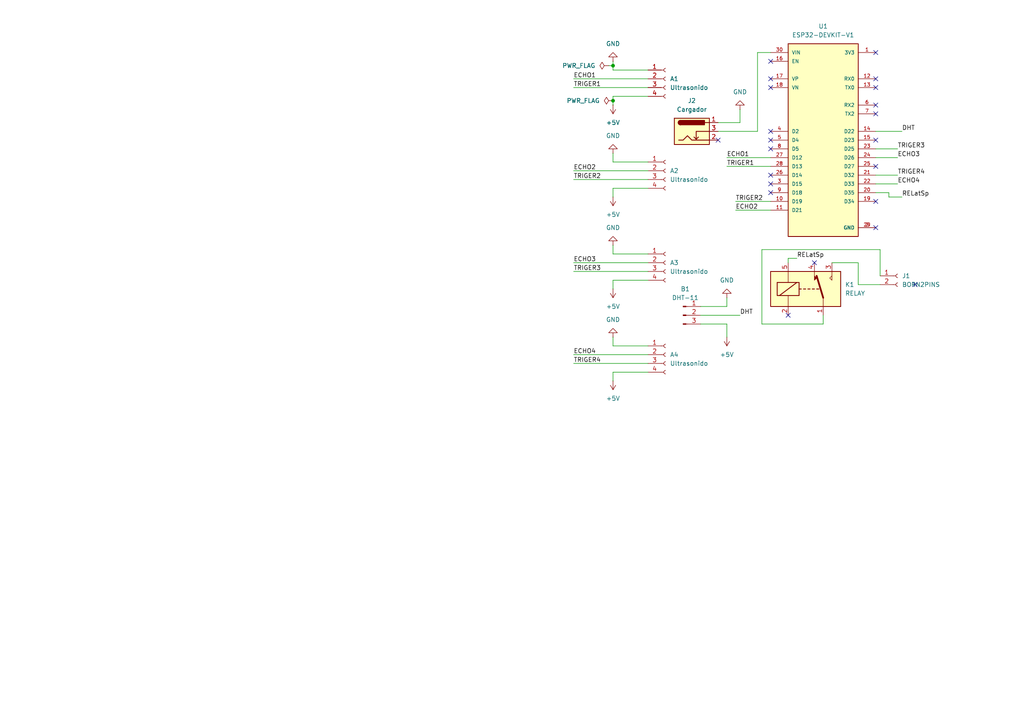
<source format=kicad_sch>
(kicad_sch
	(version 20231120)
	(generator "eeschema")
	(generator_version "8.0")
	(uuid "7a40fb1b-c38d-4f1c-80e4-171989eed0cc")
	(paper "A4")
	(lib_symbols
		(symbol "Connector:Barrel_Jack_Switch"
			(pin_names hide)
			(exclude_from_sim no)
			(in_bom yes)
			(on_board yes)
			(property "Reference" "J"
				(at 0 5.334 0)
				(effects
					(font
						(size 1.27 1.27)
					)
				)
			)
			(property "Value" "Barrel_Jack_Switch"
				(at 0 -5.08 0)
				(effects
					(font
						(size 1.27 1.27)
					)
				)
			)
			(property "Footprint" ""
				(at 1.27 -1.016 0)
				(effects
					(font
						(size 1.27 1.27)
					)
					(hide yes)
				)
			)
			(property "Datasheet" "~"
				(at 1.27 -1.016 0)
				(effects
					(font
						(size 1.27 1.27)
					)
					(hide yes)
				)
			)
			(property "Description" "DC Barrel Jack with an internal switch"
				(at 0 0 0)
				(effects
					(font
						(size 1.27 1.27)
					)
					(hide yes)
				)
			)
			(property "ki_keywords" "DC power barrel jack connector"
				(at 0 0 0)
				(effects
					(font
						(size 1.27 1.27)
					)
					(hide yes)
				)
			)
			(property "ki_fp_filters" "BarrelJack*"
				(at 0 0 0)
				(effects
					(font
						(size 1.27 1.27)
					)
					(hide yes)
				)
			)
			(symbol "Barrel_Jack_Switch_0_1"
				(rectangle
					(start -5.08 3.81)
					(end 5.08 -3.81)
					(stroke
						(width 0.254)
						(type default)
					)
					(fill
						(type background)
					)
				)
				(arc
					(start -3.302 3.175)
					(mid -3.9343 2.54)
					(end -3.302 1.905)
					(stroke
						(width 0.254)
						(type default)
					)
					(fill
						(type none)
					)
				)
				(arc
					(start -3.302 3.175)
					(mid -3.9343 2.54)
					(end -3.302 1.905)
					(stroke
						(width 0.254)
						(type default)
					)
					(fill
						(type outline)
					)
				)
				(polyline
					(pts
						(xy 1.27 -2.286) (xy 1.905 -1.651)
					)
					(stroke
						(width 0.254)
						(type default)
					)
					(fill
						(type none)
					)
				)
				(polyline
					(pts
						(xy 5.08 2.54) (xy 3.81 2.54)
					)
					(stroke
						(width 0.254)
						(type default)
					)
					(fill
						(type none)
					)
				)
				(polyline
					(pts
						(xy 5.08 0) (xy 1.27 0) (xy 1.27 -2.286) (xy 0.635 -1.651)
					)
					(stroke
						(width 0.254)
						(type default)
					)
					(fill
						(type none)
					)
				)
				(polyline
					(pts
						(xy -3.81 -2.54) (xy -2.54 -2.54) (xy -1.27 -1.27) (xy 0 -2.54) (xy 2.54 -2.54) (xy 5.08 -2.54)
					)
					(stroke
						(width 0.254)
						(type default)
					)
					(fill
						(type none)
					)
				)
				(rectangle
					(start 3.683 3.175)
					(end -3.302 1.905)
					(stroke
						(width 0.254)
						(type default)
					)
					(fill
						(type outline)
					)
				)
			)
			(symbol "Barrel_Jack_Switch_1_1"
				(pin passive line
					(at 7.62 2.54 180)
					(length 2.54)
					(name "~"
						(effects
							(font
								(size 1.27 1.27)
							)
						)
					)
					(number "1"
						(effects
							(font
								(size 1.27 1.27)
							)
						)
					)
				)
				(pin passive line
					(at 7.62 -2.54 180)
					(length 2.54)
					(name "~"
						(effects
							(font
								(size 1.27 1.27)
							)
						)
					)
					(number "2"
						(effects
							(font
								(size 1.27 1.27)
							)
						)
					)
				)
				(pin passive line
					(at 7.62 0 180)
					(length 2.54)
					(name "~"
						(effects
							(font
								(size 1.27 1.27)
							)
						)
					)
					(number "3"
						(effects
							(font
								(size 1.27 1.27)
							)
						)
					)
				)
			)
		)
		(symbol "Connector:Conn_01x02_Socket"
			(pin_names
				(offset 1.016) hide)
			(exclude_from_sim no)
			(in_bom yes)
			(on_board yes)
			(property "Reference" "J"
				(at 0 2.54 0)
				(effects
					(font
						(size 1.27 1.27)
					)
				)
			)
			(property "Value" "Conn_01x02_Socket"
				(at 0 -5.08 0)
				(effects
					(font
						(size 1.27 1.27)
					)
				)
			)
			(property "Footprint" ""
				(at 0 0 0)
				(effects
					(font
						(size 1.27 1.27)
					)
					(hide yes)
				)
			)
			(property "Datasheet" "~"
				(at 0 0 0)
				(effects
					(font
						(size 1.27 1.27)
					)
					(hide yes)
				)
			)
			(property "Description" "Generic connector, single row, 01x02, script generated"
				(at 0 0 0)
				(effects
					(font
						(size 1.27 1.27)
					)
					(hide yes)
				)
			)
			(property "ki_locked" ""
				(at 0 0 0)
				(effects
					(font
						(size 1.27 1.27)
					)
				)
			)
			(property "ki_keywords" "connector"
				(at 0 0 0)
				(effects
					(font
						(size 1.27 1.27)
					)
					(hide yes)
				)
			)
			(property "ki_fp_filters" "Connector*:*_1x??_*"
				(at 0 0 0)
				(effects
					(font
						(size 1.27 1.27)
					)
					(hide yes)
				)
			)
			(symbol "Conn_01x02_Socket_1_1"
				(arc
					(start 0 -2.032)
					(mid -0.5058 -2.54)
					(end 0 -3.048)
					(stroke
						(width 0.1524)
						(type default)
					)
					(fill
						(type none)
					)
				)
				(polyline
					(pts
						(xy -1.27 -2.54) (xy -0.508 -2.54)
					)
					(stroke
						(width 0.1524)
						(type default)
					)
					(fill
						(type none)
					)
				)
				(polyline
					(pts
						(xy -1.27 0) (xy -0.508 0)
					)
					(stroke
						(width 0.1524)
						(type default)
					)
					(fill
						(type none)
					)
				)
				(arc
					(start 0 0.508)
					(mid -0.5058 0)
					(end 0 -0.508)
					(stroke
						(width 0.1524)
						(type default)
					)
					(fill
						(type none)
					)
				)
				(pin passive line
					(at -5.08 0 0)
					(length 3.81)
					(name "Pin_1"
						(effects
							(font
								(size 1.27 1.27)
							)
						)
					)
					(number "1"
						(effects
							(font
								(size 1.27 1.27)
							)
						)
					)
				)
				(pin passive line
					(at -5.08 -2.54 0)
					(length 3.81)
					(name "Pin_2"
						(effects
							(font
								(size 1.27 1.27)
							)
						)
					)
					(number "2"
						(effects
							(font
								(size 1.27 1.27)
							)
						)
					)
				)
			)
		)
		(symbol "Connector:Conn_01x03_Pin"
			(pin_names
				(offset 1.016) hide)
			(exclude_from_sim no)
			(in_bom yes)
			(on_board yes)
			(property "Reference" "J"
				(at 0 5.08 0)
				(effects
					(font
						(size 1.27 1.27)
					)
				)
			)
			(property "Value" "Conn_01x03_Pin"
				(at 0 -5.08 0)
				(effects
					(font
						(size 1.27 1.27)
					)
				)
			)
			(property "Footprint" ""
				(at 0 0 0)
				(effects
					(font
						(size 1.27 1.27)
					)
					(hide yes)
				)
			)
			(property "Datasheet" "~"
				(at 0 0 0)
				(effects
					(font
						(size 1.27 1.27)
					)
					(hide yes)
				)
			)
			(property "Description" "Generic connector, single row, 01x03, script generated"
				(at 0 0 0)
				(effects
					(font
						(size 1.27 1.27)
					)
					(hide yes)
				)
			)
			(property "ki_locked" ""
				(at 0 0 0)
				(effects
					(font
						(size 1.27 1.27)
					)
				)
			)
			(property "ki_keywords" "connector"
				(at 0 0 0)
				(effects
					(font
						(size 1.27 1.27)
					)
					(hide yes)
				)
			)
			(property "ki_fp_filters" "Connector*:*_1x??_*"
				(at 0 0 0)
				(effects
					(font
						(size 1.27 1.27)
					)
					(hide yes)
				)
			)
			(symbol "Conn_01x03_Pin_1_1"
				(polyline
					(pts
						(xy 1.27 -2.54) (xy 0.8636 -2.54)
					)
					(stroke
						(width 0.1524)
						(type default)
					)
					(fill
						(type none)
					)
				)
				(polyline
					(pts
						(xy 1.27 0) (xy 0.8636 0)
					)
					(stroke
						(width 0.1524)
						(type default)
					)
					(fill
						(type none)
					)
				)
				(polyline
					(pts
						(xy 1.27 2.54) (xy 0.8636 2.54)
					)
					(stroke
						(width 0.1524)
						(type default)
					)
					(fill
						(type none)
					)
				)
				(rectangle
					(start 0.8636 -2.413)
					(end 0 -2.667)
					(stroke
						(width 0.1524)
						(type default)
					)
					(fill
						(type outline)
					)
				)
				(rectangle
					(start 0.8636 0.127)
					(end 0 -0.127)
					(stroke
						(width 0.1524)
						(type default)
					)
					(fill
						(type outline)
					)
				)
				(rectangle
					(start 0.8636 2.667)
					(end 0 2.413)
					(stroke
						(width 0.1524)
						(type default)
					)
					(fill
						(type outline)
					)
				)
				(pin passive line
					(at 5.08 2.54 180)
					(length 3.81)
					(name "Pin_1"
						(effects
							(font
								(size 1.27 1.27)
							)
						)
					)
					(number "1"
						(effects
							(font
								(size 1.27 1.27)
							)
						)
					)
				)
				(pin passive line
					(at 5.08 0 180)
					(length 3.81)
					(name "Pin_2"
						(effects
							(font
								(size 1.27 1.27)
							)
						)
					)
					(number "2"
						(effects
							(font
								(size 1.27 1.27)
							)
						)
					)
				)
				(pin passive line
					(at 5.08 -2.54 180)
					(length 3.81)
					(name "Pin_3"
						(effects
							(font
								(size 1.27 1.27)
							)
						)
					)
					(number "3"
						(effects
							(font
								(size 1.27 1.27)
							)
						)
					)
				)
			)
		)
		(symbol "Connector:Conn_01x04_Socket"
			(pin_names
				(offset 1.016) hide)
			(exclude_from_sim no)
			(in_bom yes)
			(on_board yes)
			(property "Reference" "J"
				(at 0 5.08 0)
				(effects
					(font
						(size 1.27 1.27)
					)
				)
			)
			(property "Value" "Conn_01x04_Socket"
				(at 0 -7.62 0)
				(effects
					(font
						(size 1.27 1.27)
					)
				)
			)
			(property "Footprint" ""
				(at 0 0 0)
				(effects
					(font
						(size 1.27 1.27)
					)
					(hide yes)
				)
			)
			(property "Datasheet" "~"
				(at 0 0 0)
				(effects
					(font
						(size 1.27 1.27)
					)
					(hide yes)
				)
			)
			(property "Description" "Generic connector, single row, 01x04, script generated"
				(at 0 0 0)
				(effects
					(font
						(size 1.27 1.27)
					)
					(hide yes)
				)
			)
			(property "ki_locked" ""
				(at 0 0 0)
				(effects
					(font
						(size 1.27 1.27)
					)
				)
			)
			(property "ki_keywords" "connector"
				(at 0 0 0)
				(effects
					(font
						(size 1.27 1.27)
					)
					(hide yes)
				)
			)
			(property "ki_fp_filters" "Connector*:*_1x??_*"
				(at 0 0 0)
				(effects
					(font
						(size 1.27 1.27)
					)
					(hide yes)
				)
			)
			(symbol "Conn_01x04_Socket_1_1"
				(arc
					(start 0 -4.572)
					(mid -0.5058 -5.08)
					(end 0 -5.588)
					(stroke
						(width 0.1524)
						(type default)
					)
					(fill
						(type none)
					)
				)
				(arc
					(start 0 -2.032)
					(mid -0.5058 -2.54)
					(end 0 -3.048)
					(stroke
						(width 0.1524)
						(type default)
					)
					(fill
						(type none)
					)
				)
				(polyline
					(pts
						(xy -1.27 -5.08) (xy -0.508 -5.08)
					)
					(stroke
						(width 0.1524)
						(type default)
					)
					(fill
						(type none)
					)
				)
				(polyline
					(pts
						(xy -1.27 -2.54) (xy -0.508 -2.54)
					)
					(stroke
						(width 0.1524)
						(type default)
					)
					(fill
						(type none)
					)
				)
				(polyline
					(pts
						(xy -1.27 0) (xy -0.508 0)
					)
					(stroke
						(width 0.1524)
						(type default)
					)
					(fill
						(type none)
					)
				)
				(polyline
					(pts
						(xy -1.27 2.54) (xy -0.508 2.54)
					)
					(stroke
						(width 0.1524)
						(type default)
					)
					(fill
						(type none)
					)
				)
				(arc
					(start 0 0.508)
					(mid -0.5058 0)
					(end 0 -0.508)
					(stroke
						(width 0.1524)
						(type default)
					)
					(fill
						(type none)
					)
				)
				(arc
					(start 0 3.048)
					(mid -0.5058 2.54)
					(end 0 2.032)
					(stroke
						(width 0.1524)
						(type default)
					)
					(fill
						(type none)
					)
				)
				(pin passive line
					(at -5.08 2.54 0)
					(length 3.81)
					(name "Pin_1"
						(effects
							(font
								(size 1.27 1.27)
							)
						)
					)
					(number "1"
						(effects
							(font
								(size 1.27 1.27)
							)
						)
					)
				)
				(pin passive line
					(at -5.08 0 0)
					(length 3.81)
					(name "Pin_2"
						(effects
							(font
								(size 1.27 1.27)
							)
						)
					)
					(number "2"
						(effects
							(font
								(size 1.27 1.27)
							)
						)
					)
				)
				(pin passive line
					(at -5.08 -2.54 0)
					(length 3.81)
					(name "Pin_3"
						(effects
							(font
								(size 1.27 1.27)
							)
						)
					)
					(number "3"
						(effects
							(font
								(size 1.27 1.27)
							)
						)
					)
				)
				(pin passive line
					(at -5.08 -5.08 0)
					(length 3.81)
					(name "Pin_4"
						(effects
							(font
								(size 1.27 1.27)
							)
						)
					)
					(number "4"
						(effects
							(font
								(size 1.27 1.27)
							)
						)
					)
				)
			)
		)
		(symbol "ESP32-DEVKIT-V1:ESP32-DEVKIT-V1"
			(pin_names
				(offset 1.016)
			)
			(exclude_from_sim no)
			(in_bom yes)
			(on_board yes)
			(property "Reference" "U"
				(at -10.16 30.48 0)
				(effects
					(font
						(size 1.27 1.27)
					)
					(justify left top)
				)
			)
			(property "Value" "ESP32-DEVKIT-V1"
				(at -10.16 -30.48 0)
				(effects
					(font
						(size 1.27 1.27)
					)
					(justify left bottom)
				)
			)
			(property "Footprint" "ESP32-DEVKIT-V1:MODULE_ESP32_DEVKIT_V1"
				(at 0 0 0)
				(effects
					(font
						(size 1.27 1.27)
					)
					(justify bottom)
					(hide yes)
				)
			)
			(property "Datasheet" ""
				(at 0 0 0)
				(effects
					(font
						(size 1.27 1.27)
					)
					(hide yes)
				)
			)
			(property "Description" ""
				(at 0 0 0)
				(effects
					(font
						(size 1.27 1.27)
					)
					(hide yes)
				)
			)
			(property "MF" "Do it"
				(at 0 0 0)
				(effects
					(font
						(size 1.27 1.27)
					)
					(justify bottom)
					(hide yes)
				)
			)
			(property "MAXIMUM_PACKAGE_HEIGHT" "6.8 mm"
				(at 0 0 0)
				(effects
					(font
						(size 1.27 1.27)
					)
					(justify bottom)
					(hide yes)
				)
			)
			(property "Package" "None"
				(at 0 0 0)
				(effects
					(font
						(size 1.27 1.27)
					)
					(justify bottom)
					(hide yes)
				)
			)
			(property "Price" "None"
				(at 0 0 0)
				(effects
					(font
						(size 1.27 1.27)
					)
					(justify bottom)
					(hide yes)
				)
			)
			(property "Check_prices" "https://www.snapeda.com/parts/ESP32-DEVKIT-V1/Do+it/view-part/?ref=eda"
				(at 0 0 0)
				(effects
					(font
						(size 1.27 1.27)
					)
					(justify bottom)
					(hide yes)
				)
			)
			(property "STANDARD" "Manufacturer Recommendations"
				(at 0 0 0)
				(effects
					(font
						(size 1.27 1.27)
					)
					(justify bottom)
					(hide yes)
				)
			)
			(property "PARTREV" "N/A"
				(at 0 0 0)
				(effects
					(font
						(size 1.27 1.27)
					)
					(justify bottom)
					(hide yes)
				)
			)
			(property "SnapEDA_Link" "https://www.snapeda.com/parts/ESP32-DEVKIT-V1/Do+it/view-part/?ref=snap"
				(at 0 0 0)
				(effects
					(font
						(size 1.27 1.27)
					)
					(justify bottom)
					(hide yes)
				)
			)
			(property "MP" "ESP32-DEVKIT-V1"
				(at 0 0 0)
				(effects
					(font
						(size 1.27 1.27)
					)
					(justify bottom)
					(hide yes)
				)
			)
			(property "Description_1" "\n                        \n                            Dual core, Wi-Fi: 2.4 GHz up to 150 Mbits/s,BLE (Bluetooth Low Energy) and legacy Bluetooth, 32 bits, Up to 240 MHz\n                        \n"
				(at 0 0 0)
				(effects
					(font
						(size 1.27 1.27)
					)
					(justify bottom)
					(hide yes)
				)
			)
			(property "Availability" "Not in stock"
				(at 0 0 0)
				(effects
					(font
						(size 1.27 1.27)
					)
					(justify bottom)
					(hide yes)
				)
			)
			(property "MANUFACTURER" "DOIT"
				(at 0 0 0)
				(effects
					(font
						(size 1.27 1.27)
					)
					(justify bottom)
					(hide yes)
				)
			)
			(symbol "ESP32-DEVKIT-V1_0_0"
				(rectangle
					(start -10.16 -27.94)
					(end 10.16 27.94)
					(stroke
						(width 0.254)
						(type default)
					)
					(fill
						(type background)
					)
				)
				(pin output line
					(at 15.24 25.4 180)
					(length 5.08)
					(name "3V3"
						(effects
							(font
								(size 1.016 1.016)
							)
						)
					)
					(number "1"
						(effects
							(font
								(size 1.016 1.016)
							)
						)
					)
				)
				(pin bidirectional line
					(at -15.24 -17.78 0)
					(length 5.08)
					(name "D19"
						(effects
							(font
								(size 1.016 1.016)
							)
						)
					)
					(number "10"
						(effects
							(font
								(size 1.016 1.016)
							)
						)
					)
				)
				(pin bidirectional line
					(at -15.24 -20.32 0)
					(length 5.08)
					(name "D21"
						(effects
							(font
								(size 1.016 1.016)
							)
						)
					)
					(number "11"
						(effects
							(font
								(size 1.016 1.016)
							)
						)
					)
				)
				(pin input line
					(at 15.24 17.78 180)
					(length 5.08)
					(name "RX0"
						(effects
							(font
								(size 1.016 1.016)
							)
						)
					)
					(number "12"
						(effects
							(font
								(size 1.016 1.016)
							)
						)
					)
				)
				(pin output line
					(at 15.24 15.24 180)
					(length 5.08)
					(name "TX0"
						(effects
							(font
								(size 1.016 1.016)
							)
						)
					)
					(number "13"
						(effects
							(font
								(size 1.016 1.016)
							)
						)
					)
				)
				(pin bidirectional line
					(at 15.24 2.54 180)
					(length 5.08)
					(name "D22"
						(effects
							(font
								(size 1.016 1.016)
							)
						)
					)
					(number "14"
						(effects
							(font
								(size 1.016 1.016)
							)
						)
					)
				)
				(pin bidirectional line
					(at 15.24 0 180)
					(length 5.08)
					(name "D23"
						(effects
							(font
								(size 1.016 1.016)
							)
						)
					)
					(number "15"
						(effects
							(font
								(size 1.016 1.016)
							)
						)
					)
				)
				(pin input line
					(at -15.24 22.86 0)
					(length 5.08)
					(name "EN"
						(effects
							(font
								(size 1.016 1.016)
							)
						)
					)
					(number "16"
						(effects
							(font
								(size 1.016 1.016)
							)
						)
					)
				)
				(pin bidirectional line
					(at -15.24 17.78 0)
					(length 5.08)
					(name "VP"
						(effects
							(font
								(size 1.016 1.016)
							)
						)
					)
					(number "17"
						(effects
							(font
								(size 1.016 1.016)
							)
						)
					)
				)
				(pin bidirectional line
					(at -15.24 15.24 0)
					(length 5.08)
					(name "VN"
						(effects
							(font
								(size 1.016 1.016)
							)
						)
					)
					(number "18"
						(effects
							(font
								(size 1.016 1.016)
							)
						)
					)
				)
				(pin bidirectional line
					(at 15.24 -17.78 180)
					(length 5.08)
					(name "D34"
						(effects
							(font
								(size 1.016 1.016)
							)
						)
					)
					(number "19"
						(effects
							(font
								(size 1.016 1.016)
							)
						)
					)
				)
				(pin power_in line
					(at 15.24 -25.4 180)
					(length 5.08)
					(name "GND"
						(effects
							(font
								(size 1.016 1.016)
							)
						)
					)
					(number "2"
						(effects
							(font
								(size 1.016 1.016)
							)
						)
					)
				)
				(pin bidirectional line
					(at 15.24 -15.24 180)
					(length 5.08)
					(name "D35"
						(effects
							(font
								(size 1.016 1.016)
							)
						)
					)
					(number "20"
						(effects
							(font
								(size 1.016 1.016)
							)
						)
					)
				)
				(pin bidirectional line
					(at 15.24 -10.16 180)
					(length 5.08)
					(name "D32"
						(effects
							(font
								(size 1.016 1.016)
							)
						)
					)
					(number "21"
						(effects
							(font
								(size 1.016 1.016)
							)
						)
					)
				)
				(pin bidirectional line
					(at 15.24 -12.7 180)
					(length 5.08)
					(name "D33"
						(effects
							(font
								(size 1.016 1.016)
							)
						)
					)
					(number "22"
						(effects
							(font
								(size 1.016 1.016)
							)
						)
					)
				)
				(pin bidirectional line
					(at 15.24 -2.54 180)
					(length 5.08)
					(name "D25"
						(effects
							(font
								(size 1.016 1.016)
							)
						)
					)
					(number "23"
						(effects
							(font
								(size 1.016 1.016)
							)
						)
					)
				)
				(pin bidirectional line
					(at 15.24 -5.08 180)
					(length 5.08)
					(name "D26"
						(effects
							(font
								(size 1.016 1.016)
							)
						)
					)
					(number "24"
						(effects
							(font
								(size 1.016 1.016)
							)
						)
					)
				)
				(pin bidirectional line
					(at 15.24 -7.62 180)
					(length 5.08)
					(name "D27"
						(effects
							(font
								(size 1.016 1.016)
							)
						)
					)
					(number "25"
						(effects
							(font
								(size 1.016 1.016)
							)
						)
					)
				)
				(pin bidirectional line
					(at -15.24 -10.16 0)
					(length 5.08)
					(name "D14"
						(effects
							(font
								(size 1.016 1.016)
							)
						)
					)
					(number "26"
						(effects
							(font
								(size 1.016 1.016)
							)
						)
					)
				)
				(pin bidirectional line
					(at -15.24 -5.08 0)
					(length 5.08)
					(name "D12"
						(effects
							(font
								(size 1.016 1.016)
							)
						)
					)
					(number "27"
						(effects
							(font
								(size 1.016 1.016)
							)
						)
					)
				)
				(pin bidirectional line
					(at -15.24 -7.62 0)
					(length 5.08)
					(name "D13"
						(effects
							(font
								(size 1.016 1.016)
							)
						)
					)
					(number "28"
						(effects
							(font
								(size 1.016 1.016)
							)
						)
					)
				)
				(pin power_in line
					(at 15.24 -25.4 180)
					(length 5.08)
					(name "GND"
						(effects
							(font
								(size 1.016 1.016)
							)
						)
					)
					(number "29"
						(effects
							(font
								(size 1.016 1.016)
							)
						)
					)
				)
				(pin bidirectional line
					(at -15.24 -12.7 0)
					(length 5.08)
					(name "D15"
						(effects
							(font
								(size 1.016 1.016)
							)
						)
					)
					(number "3"
						(effects
							(font
								(size 1.016 1.016)
							)
						)
					)
				)
				(pin input line
					(at -15.24 25.4 0)
					(length 5.08)
					(name "VIN"
						(effects
							(font
								(size 1.016 1.016)
							)
						)
					)
					(number "30"
						(effects
							(font
								(size 1.016 1.016)
							)
						)
					)
				)
				(pin bidirectional line
					(at -15.24 2.54 0)
					(length 5.08)
					(name "D2"
						(effects
							(font
								(size 1.016 1.016)
							)
						)
					)
					(number "4"
						(effects
							(font
								(size 1.016 1.016)
							)
						)
					)
				)
				(pin bidirectional line
					(at -15.24 0 0)
					(length 5.08)
					(name "D4"
						(effects
							(font
								(size 1.016 1.016)
							)
						)
					)
					(number "5"
						(effects
							(font
								(size 1.016 1.016)
							)
						)
					)
				)
				(pin input line
					(at 15.24 10.16 180)
					(length 5.08)
					(name "RX2"
						(effects
							(font
								(size 1.016 1.016)
							)
						)
					)
					(number "6"
						(effects
							(font
								(size 1.016 1.016)
							)
						)
					)
				)
				(pin output line
					(at 15.24 7.62 180)
					(length 5.08)
					(name "TX2"
						(effects
							(font
								(size 1.016 1.016)
							)
						)
					)
					(number "7"
						(effects
							(font
								(size 1.016 1.016)
							)
						)
					)
				)
				(pin bidirectional line
					(at -15.24 -2.54 0)
					(length 5.08)
					(name "D5"
						(effects
							(font
								(size 1.016 1.016)
							)
						)
					)
					(number "8"
						(effects
							(font
								(size 1.016 1.016)
							)
						)
					)
				)
				(pin bidirectional line
					(at -15.24 -15.24 0)
					(length 5.08)
					(name "D18"
						(effects
							(font
								(size 1.016 1.016)
							)
						)
					)
					(number "9"
						(effects
							(font
								(size 1.016 1.016)
							)
						)
					)
				)
			)
		)
		(symbol "Relay:SANYOU_SRD_Form_C"
			(exclude_from_sim no)
			(in_bom yes)
			(on_board yes)
			(property "Reference" "K"
				(at 11.43 3.81 0)
				(effects
					(font
						(size 1.27 1.27)
					)
					(justify left)
				)
			)
			(property "Value" "SANYOU_SRD_Form_C"
				(at 11.43 1.27 0)
				(effects
					(font
						(size 1.27 1.27)
					)
					(justify left)
				)
			)
			(property "Footprint" "Relay_THT:Relay_SPDT_SANYOU_SRD_Series_Form_C"
				(at 11.43 -1.27 0)
				(effects
					(font
						(size 1.27 1.27)
					)
					(justify left)
					(hide yes)
				)
			)
			(property "Datasheet" "http://www.sanyourelay.ca/public/products/pdf/SRD.pdf"
				(at 0 0 0)
				(effects
					(font
						(size 1.27 1.27)
					)
					(hide yes)
				)
			)
			(property "Description" "Sanyo SRD relay, Single Pole Miniature Power Relay,"
				(at 0 0 0)
				(effects
					(font
						(size 1.27 1.27)
					)
					(hide yes)
				)
			)
			(property "ki_keywords" "Single Pole Relay SPDT"
				(at 0 0 0)
				(effects
					(font
						(size 1.27 1.27)
					)
					(hide yes)
				)
			)
			(property "ki_fp_filters" "Relay*SPDT*SANYOU*SRD*Series*Form*C*"
				(at 0 0 0)
				(effects
					(font
						(size 1.27 1.27)
					)
					(hide yes)
				)
			)
			(symbol "SANYOU_SRD_Form_C_0_0"
				(polyline
					(pts
						(xy 7.62 5.08) (xy 7.62 2.54) (xy 6.985 3.175) (xy 7.62 3.81)
					)
					(stroke
						(width 0)
						(type default)
					)
					(fill
						(type none)
					)
				)
			)
			(symbol "SANYOU_SRD_Form_C_0_1"
				(rectangle
					(start -10.16 5.08)
					(end 10.16 -5.08)
					(stroke
						(width 0.254)
						(type default)
					)
					(fill
						(type background)
					)
				)
				(rectangle
					(start -8.255 1.905)
					(end -1.905 -1.905)
					(stroke
						(width 0.254)
						(type default)
					)
					(fill
						(type none)
					)
				)
				(polyline
					(pts
						(xy -7.62 -1.905) (xy -2.54 1.905)
					)
					(stroke
						(width 0.254)
						(type default)
					)
					(fill
						(type none)
					)
				)
				(polyline
					(pts
						(xy -5.08 -5.08) (xy -5.08 -1.905)
					)
					(stroke
						(width 0)
						(type default)
					)
					(fill
						(type none)
					)
				)
				(polyline
					(pts
						(xy -5.08 5.08) (xy -5.08 1.905)
					)
					(stroke
						(width 0)
						(type default)
					)
					(fill
						(type none)
					)
				)
				(polyline
					(pts
						(xy -1.905 0) (xy -1.27 0)
					)
					(stroke
						(width 0.254)
						(type default)
					)
					(fill
						(type none)
					)
				)
				(polyline
					(pts
						(xy -0.635 0) (xy 0 0)
					)
					(stroke
						(width 0.254)
						(type default)
					)
					(fill
						(type none)
					)
				)
				(polyline
					(pts
						(xy 0.635 0) (xy 1.27 0)
					)
					(stroke
						(width 0.254)
						(type default)
					)
					(fill
						(type none)
					)
				)
				(polyline
					(pts
						(xy 1.905 0) (xy 2.54 0)
					)
					(stroke
						(width 0.254)
						(type default)
					)
					(fill
						(type none)
					)
				)
				(polyline
					(pts
						(xy 3.175 0) (xy 3.81 0)
					)
					(stroke
						(width 0.254)
						(type default)
					)
					(fill
						(type none)
					)
				)
				(polyline
					(pts
						(xy 5.08 -2.54) (xy 3.175 3.81)
					)
					(stroke
						(width 0.508)
						(type default)
					)
					(fill
						(type none)
					)
				)
				(polyline
					(pts
						(xy 5.08 -2.54) (xy 5.08 -5.08)
					)
					(stroke
						(width 0)
						(type default)
					)
					(fill
						(type none)
					)
				)
			)
			(symbol "SANYOU_SRD_Form_C_1_1"
				(polyline
					(pts
						(xy 2.54 3.81) (xy 3.175 3.175) (xy 2.54 2.54) (xy 2.54 5.08)
					)
					(stroke
						(width 0)
						(type default)
					)
					(fill
						(type outline)
					)
				)
				(pin passive line
					(at 5.08 -7.62 90)
					(length 2.54)
					(name "~"
						(effects
							(font
								(size 1.27 1.27)
							)
						)
					)
					(number "1"
						(effects
							(font
								(size 1.27 1.27)
							)
						)
					)
				)
				(pin passive line
					(at -5.08 -7.62 90)
					(length 2.54)
					(name "~"
						(effects
							(font
								(size 1.27 1.27)
							)
						)
					)
					(number "2"
						(effects
							(font
								(size 1.27 1.27)
							)
						)
					)
				)
				(pin passive line
					(at 7.62 7.62 270)
					(length 2.54)
					(name "~"
						(effects
							(font
								(size 1.27 1.27)
							)
						)
					)
					(number "3"
						(effects
							(font
								(size 1.27 1.27)
							)
						)
					)
				)
				(pin passive line
					(at 2.54 7.62 270)
					(length 2.54)
					(name "~"
						(effects
							(font
								(size 1.27 1.27)
							)
						)
					)
					(number "4"
						(effects
							(font
								(size 1.27 1.27)
							)
						)
					)
				)
				(pin passive line
					(at -5.08 7.62 270)
					(length 2.54)
					(name "~"
						(effects
							(font
								(size 1.27 1.27)
							)
						)
					)
					(number "5"
						(effects
							(font
								(size 1.27 1.27)
							)
						)
					)
				)
			)
		)
		(symbol "power:+5V"
			(power)
			(pin_numbers hide)
			(pin_names
				(offset 0) hide)
			(exclude_from_sim no)
			(in_bom yes)
			(on_board yes)
			(property "Reference" "#PWR"
				(at 0 -3.81 0)
				(effects
					(font
						(size 1.27 1.27)
					)
					(hide yes)
				)
			)
			(property "Value" "+5V"
				(at 0 3.556 0)
				(effects
					(font
						(size 1.27 1.27)
					)
				)
			)
			(property "Footprint" ""
				(at 0 0 0)
				(effects
					(font
						(size 1.27 1.27)
					)
					(hide yes)
				)
			)
			(property "Datasheet" ""
				(at 0 0 0)
				(effects
					(font
						(size 1.27 1.27)
					)
					(hide yes)
				)
			)
			(property "Description" "Power symbol creates a global label with name \"+5V\""
				(at 0 0 0)
				(effects
					(font
						(size 1.27 1.27)
					)
					(hide yes)
				)
			)
			(property "ki_keywords" "global power"
				(at 0 0 0)
				(effects
					(font
						(size 1.27 1.27)
					)
					(hide yes)
				)
			)
			(symbol "+5V_0_1"
				(polyline
					(pts
						(xy -0.762 1.27) (xy 0 2.54)
					)
					(stroke
						(width 0)
						(type default)
					)
					(fill
						(type none)
					)
				)
				(polyline
					(pts
						(xy 0 0) (xy 0 2.54)
					)
					(stroke
						(width 0)
						(type default)
					)
					(fill
						(type none)
					)
				)
				(polyline
					(pts
						(xy 0 2.54) (xy 0.762 1.27)
					)
					(stroke
						(width 0)
						(type default)
					)
					(fill
						(type none)
					)
				)
			)
			(symbol "+5V_1_1"
				(pin power_in line
					(at 0 0 90)
					(length 0)
					(name "~"
						(effects
							(font
								(size 1.27 1.27)
							)
						)
					)
					(number "1"
						(effects
							(font
								(size 1.27 1.27)
							)
						)
					)
				)
			)
		)
		(symbol "power:GND"
			(power)
			(pin_numbers hide)
			(pin_names
				(offset 0) hide)
			(exclude_from_sim no)
			(in_bom yes)
			(on_board yes)
			(property "Reference" "#PWR"
				(at 0 -6.35 0)
				(effects
					(font
						(size 1.27 1.27)
					)
					(hide yes)
				)
			)
			(property "Value" "GND"
				(at 0 -3.81 0)
				(effects
					(font
						(size 1.27 1.27)
					)
				)
			)
			(property "Footprint" ""
				(at 0 0 0)
				(effects
					(font
						(size 1.27 1.27)
					)
					(hide yes)
				)
			)
			(property "Datasheet" ""
				(at 0 0 0)
				(effects
					(font
						(size 1.27 1.27)
					)
					(hide yes)
				)
			)
			(property "Description" "Power symbol creates a global label with name \"GND\" , ground"
				(at 0 0 0)
				(effects
					(font
						(size 1.27 1.27)
					)
					(hide yes)
				)
			)
			(property "ki_keywords" "global power"
				(at 0 0 0)
				(effects
					(font
						(size 1.27 1.27)
					)
					(hide yes)
				)
			)
			(symbol "GND_0_1"
				(polyline
					(pts
						(xy 0 0) (xy 0 -1.27) (xy 1.27 -1.27) (xy 0 -2.54) (xy -1.27 -1.27) (xy 0 -1.27)
					)
					(stroke
						(width 0)
						(type default)
					)
					(fill
						(type none)
					)
				)
			)
			(symbol "GND_1_1"
				(pin power_in line
					(at 0 0 270)
					(length 0)
					(name "~"
						(effects
							(font
								(size 1.27 1.27)
							)
						)
					)
					(number "1"
						(effects
							(font
								(size 1.27 1.27)
							)
						)
					)
				)
			)
		)
		(symbol "power:PWR_FLAG"
			(power)
			(pin_numbers hide)
			(pin_names
				(offset 0) hide)
			(exclude_from_sim no)
			(in_bom yes)
			(on_board yes)
			(property "Reference" "#FLG"
				(at 0 1.905 0)
				(effects
					(font
						(size 1.27 1.27)
					)
					(hide yes)
				)
			)
			(property "Value" "PWR_FLAG"
				(at 0 3.81 0)
				(effects
					(font
						(size 1.27 1.27)
					)
				)
			)
			(property "Footprint" ""
				(at 0 0 0)
				(effects
					(font
						(size 1.27 1.27)
					)
					(hide yes)
				)
			)
			(property "Datasheet" "~"
				(at 0 0 0)
				(effects
					(font
						(size 1.27 1.27)
					)
					(hide yes)
				)
			)
			(property "Description" "Special symbol for telling ERC where power comes from"
				(at 0 0 0)
				(effects
					(font
						(size 1.27 1.27)
					)
					(hide yes)
				)
			)
			(property "ki_keywords" "flag power"
				(at 0 0 0)
				(effects
					(font
						(size 1.27 1.27)
					)
					(hide yes)
				)
			)
			(symbol "PWR_FLAG_0_0"
				(pin power_out line
					(at 0 0 90)
					(length 0)
					(name "~"
						(effects
							(font
								(size 1.27 1.27)
							)
						)
					)
					(number "1"
						(effects
							(font
								(size 1.27 1.27)
							)
						)
					)
				)
			)
			(symbol "PWR_FLAG_0_1"
				(polyline
					(pts
						(xy 0 0) (xy 0 1.27) (xy -1.016 1.905) (xy 0 2.54) (xy 1.016 1.905) (xy 0 1.27)
					)
					(stroke
						(width 0)
						(type default)
					)
					(fill
						(type none)
					)
				)
			)
		)
	)
	(junction
		(at 177.8 29.21)
		(diameter 0)
		(color 0 0 0 0)
		(uuid "2a0b16c1-7ee7-4157-b579-1fcf79eb9ad5")
	)
	(junction
		(at 177.8 19.05)
		(diameter 0)
		(color 0 0 0 0)
		(uuid "43f65af7-7294-4275-8a1b-1a799a3269c5")
	)
	(no_connect
		(at 254 15.24)
		(uuid "00cf9813-8ac6-4ffc-8251-d9cc2fa873a2")
	)
	(no_connect
		(at 223.52 50.8)
		(uuid "095af329-3963-41bc-9a14-dae8f6260c20")
	)
	(no_connect
		(at 265.43 82.55)
		(uuid "0d0b794e-d05c-460c-9c04-86420d98371a")
	)
	(no_connect
		(at 254 66.04)
		(uuid "13121068-4861-4627-a4da-c1864e2005f7")
	)
	(no_connect
		(at 254 40.64)
		(uuid "2480f8c2-a3de-4626-b81d-90e4711e5cce")
	)
	(no_connect
		(at 254 30.48)
		(uuid "367d90d0-8936-4953-9b06-a9cc3234ef4a")
	)
	(no_connect
		(at 254 25.4)
		(uuid "36dcc875-95ed-4dc7-be94-b38abefc4d5e")
	)
	(no_connect
		(at 223.52 17.78)
		(uuid "42f022f5-9c36-4a76-8e7c-bb1c88e59e8e")
	)
	(no_connect
		(at 223.52 22.86)
		(uuid "53a656ef-7364-4d2d-a299-97530b9558f4")
	)
	(no_connect
		(at 254 48.26)
		(uuid "61058fa5-a103-4b66-bb0c-2bfbe7d5360e")
	)
	(no_connect
		(at 254 33.02)
		(uuid "84fc49d0-8308-4735-b5d0-e141b40d28c1")
	)
	(no_connect
		(at 208.28 40.64)
		(uuid "8d3ccbcd-8d8b-4449-8a06-efe87cc478e7")
	)
	(no_connect
		(at 223.52 25.4)
		(uuid "918595d8-a543-4224-81ea-357c74ad3639")
	)
	(no_connect
		(at 223.52 53.34)
		(uuid "ad39a0ea-8024-4b8a-92fb-907505f84bda")
	)
	(no_connect
		(at 254 22.86)
		(uuid "c0f63621-202a-4dd4-8e59-8abbe34aaf21")
	)
	(no_connect
		(at 236.22 76.2)
		(uuid "c3897f86-dea3-4870-bbf9-acd165c21230")
	)
	(no_connect
		(at 223.52 38.1)
		(uuid "c7391c0f-9a4d-497d-9182-cb925ea6eccf")
	)
	(no_connect
		(at 223.52 55.88)
		(uuid "d967fbe7-abc8-4377-bd48-9f282be5fe32")
	)
	(no_connect
		(at 228.6 91.44)
		(uuid "e7ff53ab-93ef-4c88-ae94-f56da11c23e7")
	)
	(no_connect
		(at 223.52 43.18)
		(uuid "f1afae1e-4ea1-4881-b94a-effd35a5a755")
	)
	(no_connect
		(at 254 58.42)
		(uuid "f21b00f5-bdfe-4d38-96b0-8b216831e612")
	)
	(no_connect
		(at 223.52 40.64)
		(uuid "f975ed0d-b2a4-44a4-a9f3-30570f600db2")
	)
	(wire
		(pts
			(xy 177.8 71.12) (xy 177.8 73.66)
		)
		(stroke
			(width 0)
			(type default)
		)
		(uuid "0243470b-e9b7-4de0-b557-0e6703f09185")
	)
	(wire
		(pts
			(xy 254 50.8) (xy 260.35 50.8)
		)
		(stroke
			(width 0)
			(type default)
		)
		(uuid "0389aee2-52b8-49bd-b873-4800c396296f")
	)
	(wire
		(pts
			(xy 220.98 93.98) (xy 238.76 93.98)
		)
		(stroke
			(width 0)
			(type default)
		)
		(uuid "05b76a5b-5cef-4e0f-a78b-dbaba48ad333")
	)
	(wire
		(pts
			(xy 177.8 81.28) (xy 187.96 81.28)
		)
		(stroke
			(width 0)
			(type default)
		)
		(uuid "066ccc2f-7cab-4590-90ae-259b410967a0")
	)
	(wire
		(pts
			(xy 177.8 20.32) (xy 187.96 20.32)
		)
		(stroke
			(width 0)
			(type default)
		)
		(uuid "077c0949-126a-4121-9dae-3e91a86c290e")
	)
	(wire
		(pts
			(xy 219.71 15.24) (xy 219.71 38.1)
		)
		(stroke
			(width 0)
			(type default)
		)
		(uuid "08941b1e-1945-4539-86e7-55bd407b75e1")
	)
	(wire
		(pts
			(xy 213.36 58.42) (xy 223.52 58.42)
		)
		(stroke
			(width 0)
			(type default)
		)
		(uuid "0fb75143-53ec-4209-9ff4-fc81820576f1")
	)
	(wire
		(pts
			(xy 166.37 76.2) (xy 187.96 76.2)
		)
		(stroke
			(width 0)
			(type default)
		)
		(uuid "12026c9a-7059-4045-835b-2f0595e84e7e")
	)
	(wire
		(pts
			(xy 210.82 93.98) (xy 210.82 97.79)
		)
		(stroke
			(width 0)
			(type default)
		)
		(uuid "123e8680-6d0a-4dc2-8d0b-6973f822cc10")
	)
	(wire
		(pts
			(xy 254 53.34) (xy 260.35 53.34)
		)
		(stroke
			(width 0)
			(type default)
		)
		(uuid "1f9c5d55-f8e2-4737-bd44-25dd9314a8af")
	)
	(wire
		(pts
			(xy 177.8 110.49) (xy 177.8 107.95)
		)
		(stroke
			(width 0)
			(type default)
		)
		(uuid "25bab9aa-57d1-409d-ae90-5e8ed0cf247e")
	)
	(wire
		(pts
			(xy 166.37 52.07) (xy 187.96 52.07)
		)
		(stroke
			(width 0)
			(type default)
		)
		(uuid "2e21b481-d05f-4725-8886-6c275b7a7b30")
	)
	(wire
		(pts
			(xy 255.27 80.01) (xy 255.27 72.39)
		)
		(stroke
			(width 0)
			(type default)
		)
		(uuid "38703235-0d92-41a3-86d8-594de0811097")
	)
	(wire
		(pts
			(xy 238.76 91.44) (xy 238.76 93.98)
		)
		(stroke
			(width 0)
			(type default)
		)
		(uuid "40cf1765-2ee6-4b47-9028-a066d110263f")
	)
	(wire
		(pts
			(xy 214.63 35.56) (xy 214.63 31.75)
		)
		(stroke
			(width 0)
			(type default)
		)
		(uuid "46f1d0b6-3d78-41dc-b804-1d3f45cfb48b")
	)
	(wire
		(pts
			(xy 210.82 88.9) (xy 210.82 86.36)
		)
		(stroke
			(width 0)
			(type default)
		)
		(uuid "4c1d917f-2a78-4dfc-ac91-942c98a88902")
	)
	(wire
		(pts
			(xy 223.52 15.24) (xy 219.71 15.24)
		)
		(stroke
			(width 0)
			(type default)
		)
		(uuid "4fa1d11e-beb9-4d05-a740-5463813f0ece")
	)
	(wire
		(pts
			(xy 177.8 97.79) (xy 177.8 100.33)
		)
		(stroke
			(width 0)
			(type default)
		)
		(uuid "5268fdcd-0848-4733-95b8-e7d8c11eea4f")
	)
	(wire
		(pts
			(xy 257.81 55.88) (xy 257.81 57.15)
		)
		(stroke
			(width 0)
			(type default)
		)
		(uuid "54c6e8df-1300-4619-8985-2cd91d06a298")
	)
	(wire
		(pts
			(xy 210.82 45.72) (xy 223.52 45.72)
		)
		(stroke
			(width 0)
			(type default)
		)
		(uuid "59079d31-5e8d-437a-9d62-973608928fc1")
	)
	(wire
		(pts
			(xy 255.27 72.39) (xy 220.98 72.39)
		)
		(stroke
			(width 0)
			(type default)
		)
		(uuid "5b336a17-2862-432b-898b-81bc8b9d19b2")
	)
	(wire
		(pts
			(xy 177.8 44.45) (xy 177.8 46.99)
		)
		(stroke
			(width 0)
			(type default)
		)
		(uuid "5f61703c-10ef-48d9-8f84-95b0b26a73aa")
	)
	(wire
		(pts
			(xy 255.27 82.55) (xy 248.92 82.55)
		)
		(stroke
			(width 0)
			(type default)
		)
		(uuid "622adcf4-3443-4f04-9f36-5cfbb6113964")
	)
	(wire
		(pts
			(xy 166.37 105.41) (xy 187.96 105.41)
		)
		(stroke
			(width 0)
			(type default)
		)
		(uuid "643bf01b-ff62-4fa8-a8aa-04a3dbf1e507")
	)
	(wire
		(pts
			(xy 176.53 19.05) (xy 177.8 19.05)
		)
		(stroke
			(width 0)
			(type default)
		)
		(uuid "6d3c506e-2bdb-4d3f-a3e3-a35c9f387ea9")
	)
	(wire
		(pts
			(xy 254 45.72) (xy 260.35 45.72)
		)
		(stroke
			(width 0)
			(type default)
		)
		(uuid "71cecb80-ab4b-47c7-9134-cb9b8893f28e")
	)
	(wire
		(pts
			(xy 177.8 54.61) (xy 187.96 54.61)
		)
		(stroke
			(width 0)
			(type default)
		)
		(uuid "7771d053-9f4d-4aaa-9e3a-623e44697e96")
	)
	(wire
		(pts
			(xy 203.2 93.98) (xy 210.82 93.98)
		)
		(stroke
			(width 0)
			(type default)
		)
		(uuid "8295399c-cdd1-4403-9e48-20efd2f4ace5")
	)
	(wire
		(pts
			(xy 203.2 88.9) (xy 210.82 88.9)
		)
		(stroke
			(width 0)
			(type default)
		)
		(uuid "832512c9-b461-45cc-8786-65a0452931fa")
	)
	(wire
		(pts
			(xy 166.37 49.53) (xy 187.96 49.53)
		)
		(stroke
			(width 0)
			(type default)
		)
		(uuid "879b8486-dc0e-45b2-8b56-ac493534b58f")
	)
	(wire
		(pts
			(xy 177.8 73.66) (xy 187.96 73.66)
		)
		(stroke
			(width 0)
			(type default)
		)
		(uuid "8a132373-ec05-4141-9b86-0d15baa0dd6f")
	)
	(wire
		(pts
			(xy 166.37 78.74) (xy 187.96 78.74)
		)
		(stroke
			(width 0)
			(type default)
		)
		(uuid "8b7100e1-b162-49eb-b10e-b9386e99d138")
	)
	(wire
		(pts
			(xy 203.2 91.44) (xy 214.63 91.44)
		)
		(stroke
			(width 0)
			(type default)
		)
		(uuid "8d017155-3930-4172-874d-ccdbf1764361")
	)
	(wire
		(pts
			(xy 177.8 27.94) (xy 187.96 27.94)
		)
		(stroke
			(width 0)
			(type default)
		)
		(uuid "8eac3161-ca90-4626-8e09-e3f95c1fda70")
	)
	(wire
		(pts
			(xy 248.92 76.2) (xy 241.3 76.2)
		)
		(stroke
			(width 0)
			(type default)
		)
		(uuid "90fcd75c-8ec4-4fea-bed3-8feedf0e3b4b")
	)
	(wire
		(pts
			(xy 177.8 17.78) (xy 177.8 19.05)
		)
		(stroke
			(width 0)
			(type default)
		)
		(uuid "926bffe7-acc0-4d03-a41d-fe917a470b18")
	)
	(wire
		(pts
			(xy 254 55.88) (xy 257.81 55.88)
		)
		(stroke
			(width 0)
			(type default)
		)
		(uuid "933c956b-793c-4192-a87b-f16d6051b11b")
	)
	(wire
		(pts
			(xy 177.8 46.99) (xy 187.96 46.99)
		)
		(stroke
			(width 0)
			(type default)
		)
		(uuid "94088abf-f90f-45d5-8afb-3b2c20d95032")
	)
	(wire
		(pts
			(xy 257.81 57.15) (xy 261.62 57.15)
		)
		(stroke
			(width 0)
			(type default)
		)
		(uuid "9da1307e-e48f-4ce6-a102-71e0893f9b27")
	)
	(wire
		(pts
			(xy 219.71 38.1) (xy 208.28 38.1)
		)
		(stroke
			(width 0)
			(type default)
		)
		(uuid "9de46901-b844-4b07-bdb5-6ab7f501ccea")
	)
	(wire
		(pts
			(xy 166.37 22.86) (xy 187.96 22.86)
		)
		(stroke
			(width 0)
			(type default)
		)
		(uuid "a365e0b6-3547-4b00-ac6e-2ff6d0bb7c55")
	)
	(wire
		(pts
			(xy 254 43.18) (xy 260.35 43.18)
		)
		(stroke
			(width 0)
			(type default)
		)
		(uuid "b7c0a713-e109-46cb-bbc3-cc12c76f4160")
	)
	(wire
		(pts
			(xy 213.36 60.96) (xy 223.52 60.96)
		)
		(stroke
			(width 0)
			(type default)
		)
		(uuid "b8b156c3-7fe8-4cc3-9f0a-294acf49f1c2")
	)
	(wire
		(pts
			(xy 166.37 102.87) (xy 187.96 102.87)
		)
		(stroke
			(width 0)
			(type default)
		)
		(uuid "baff38ee-e2c6-44c5-8064-187dac5e64ab")
	)
	(wire
		(pts
			(xy 254 38.1) (xy 261.62 38.1)
		)
		(stroke
			(width 0)
			(type default)
		)
		(uuid "bb23a520-0763-4e39-9d9e-ce925ef764ce")
	)
	(wire
		(pts
			(xy 220.98 72.39) (xy 220.98 93.98)
		)
		(stroke
			(width 0)
			(type default)
		)
		(uuid "c3ffd06c-af00-461f-a774-f8be05187e00")
	)
	(wire
		(pts
			(xy 228.6 76.2) (xy 228.6 74.93)
		)
		(stroke
			(width 0)
			(type default)
		)
		(uuid "c9d2fcfc-3f41-47f9-a8ab-b8a79c032e85")
	)
	(wire
		(pts
			(xy 166.37 25.4) (xy 187.96 25.4)
		)
		(stroke
			(width 0)
			(type default)
		)
		(uuid "ce28244a-761e-479d-9571-5ce732d41704")
	)
	(wire
		(pts
			(xy 177.8 100.33) (xy 187.96 100.33)
		)
		(stroke
			(width 0)
			(type default)
		)
		(uuid "cee536a0-6e65-4ecb-adb2-6aa3f2141b67")
	)
	(wire
		(pts
			(xy 208.28 35.56) (xy 214.63 35.56)
		)
		(stroke
			(width 0)
			(type default)
		)
		(uuid "d35c63a0-24f5-458a-82d1-b73ee3601e50")
	)
	(wire
		(pts
			(xy 177.8 29.21) (xy 177.8 27.94)
		)
		(stroke
			(width 0)
			(type default)
		)
		(uuid "d6ff61ad-5aa8-436d-9150-80c5f4b50f02")
	)
	(wire
		(pts
			(xy 177.8 83.82) (xy 177.8 81.28)
		)
		(stroke
			(width 0)
			(type default)
		)
		(uuid "db4f8e31-216d-454f-8f8f-abde32c2ff42")
	)
	(wire
		(pts
			(xy 210.82 48.26) (xy 223.52 48.26)
		)
		(stroke
			(width 0)
			(type default)
		)
		(uuid "dde91efa-953f-48ab-a9b4-a31f0e906cfa")
	)
	(wire
		(pts
			(xy 228.6 74.93) (xy 231.14 74.93)
		)
		(stroke
			(width 0)
			(type default)
		)
		(uuid "e1206b7e-5a8c-4f50-8369-c6aed36b609d")
	)
	(wire
		(pts
			(xy 177.8 19.05) (xy 177.8 20.32)
		)
		(stroke
			(width 0)
			(type default)
		)
		(uuid "f2e04313-f44d-4c64-8ccb-85d89424e071")
	)
	(wire
		(pts
			(xy 177.8 107.95) (xy 187.96 107.95)
		)
		(stroke
			(width 0)
			(type default)
		)
		(uuid "f56d7f4c-02dd-4247-99fc-7c49a56eaeeb")
	)
	(wire
		(pts
			(xy 177.8 30.48) (xy 177.8 29.21)
		)
		(stroke
			(width 0)
			(type default)
		)
		(uuid "f8898565-4af4-482f-a068-f8bdef28c263")
	)
	(wire
		(pts
			(xy 177.8 57.15) (xy 177.8 54.61)
		)
		(stroke
			(width 0)
			(type default)
		)
		(uuid "fbc8e937-9082-4a27-b315-8fe0d7ccd46d")
	)
	(wire
		(pts
			(xy 248.92 82.55) (xy 248.92 76.2)
		)
		(stroke
			(width 0)
			(type default)
		)
		(uuid "fc32a5ed-5b0d-4f7a-9af3-d29380acd34c")
	)
	(label "ECHO4"
		(at 166.37 102.87 0)
		(effects
			(font
				(size 1.27 1.27)
			)
			(justify left bottom)
		)
		(uuid "04e29679-bfb9-488e-bac3-91c2837938ef")
	)
	(label "TRIGER2"
		(at 166.37 52.07 0)
		(effects
			(font
				(size 1.27 1.27)
			)
			(justify left bottom)
		)
		(uuid "0d14515f-f127-4b91-ac4c-bfe7aaf522b3")
	)
	(label "TRIGER4"
		(at 260.35 50.8 0)
		(effects
			(font
				(size 1.27 1.27)
			)
			(justify left bottom)
		)
		(uuid "198e6e70-6919-4cac-b252-d39a382f7919")
	)
	(label "TRIGER1"
		(at 210.82 48.26 0)
		(effects
			(font
				(size 1.27 1.27)
			)
			(justify left bottom)
		)
		(uuid "1fcc6846-6394-448f-920c-9d435d58259f")
	)
	(label "TRIGER4"
		(at 166.37 105.41 0)
		(effects
			(font
				(size 1.27 1.27)
			)
			(justify left bottom)
		)
		(uuid "2e976792-8db4-48fc-8ff7-28044acc6efe")
	)
	(label "DHT"
		(at 261.62 38.1 0)
		(effects
			(font
				(size 1.27 1.27)
			)
			(justify left bottom)
		)
		(uuid "326deb4a-dee1-4555-843a-14e940161d9c")
	)
	(label "ECHO3"
		(at 166.37 76.2 0)
		(effects
			(font
				(size 1.27 1.27)
			)
			(justify left bottom)
		)
		(uuid "4dd580cb-a6be-4e22-9958-235840f76656")
	)
	(label "ECHO1"
		(at 166.37 22.86 0)
		(effects
			(font
				(size 1.27 1.27)
			)
			(justify left bottom)
		)
		(uuid "61a6bce4-aae9-4227-adec-d2f13124b4b5")
	)
	(label "RELatSp"
		(at 231.14 74.93 0)
		(effects
			(font
				(size 1.27 1.27)
			)
			(justify left bottom)
		)
		(uuid "61b2954f-0c5a-4906-bdde-4337542e17aa")
	)
	(label "TRIGER3"
		(at 260.35 43.18 0)
		(effects
			(font
				(size 1.27 1.27)
			)
			(justify left bottom)
		)
		(uuid "6e5f5922-f2f3-4710-83c3-930095f8c95c")
	)
	(label "DHT"
		(at 214.63 91.44 0)
		(effects
			(font
				(size 1.27 1.27)
			)
			(justify left bottom)
		)
		(uuid "82b4a1dd-69ad-4f63-bc90-fa5edda30988")
	)
	(label "ECHO2"
		(at 213.36 60.96 0)
		(effects
			(font
				(size 1.27 1.27)
			)
			(justify left bottom)
		)
		(uuid "92ee178d-4381-4ad2-befa-291c00f2860e")
	)
	(label "RELatSp"
		(at 261.62 57.15 0)
		(effects
			(font
				(size 1.27 1.27)
			)
			(justify left bottom)
		)
		(uuid "9bb51a7c-d2b0-4c61-9996-7c488193f896")
	)
	(label "ECHO4"
		(at 260.35 53.34 0)
		(effects
			(font
				(size 1.27 1.27)
			)
			(justify left bottom)
		)
		(uuid "a96d7b32-f480-40f7-b93b-56b81a0f2e2e")
	)
	(label "TRIGER2"
		(at 213.36 58.42 0)
		(effects
			(font
				(size 1.27 1.27)
			)
			(justify left bottom)
		)
		(uuid "c2ae6d60-7518-4f92-84b0-0d2aba7e6624")
	)
	(label "TRIGER1"
		(at 166.37 25.4 0)
		(effects
			(font
				(size 1.27 1.27)
			)
			(justify left bottom)
		)
		(uuid "cd34f4be-f85e-426e-b03d-2f4b78eeec8a")
	)
	(label "ECHO1"
		(at 210.82 45.72 0)
		(effects
			(font
				(size 1.27 1.27)
			)
			(justify left bottom)
		)
		(uuid "ee04f44d-f380-41f1-9b14-5cc409cc24ca")
	)
	(label "TRIGER3"
		(at 166.37 78.74 0)
		(effects
			(font
				(size 1.27 1.27)
			)
			(justify left bottom)
		)
		(uuid "f16d266f-9c92-40e0-9893-b7518a6853b2")
	)
	(label "ECHO2"
		(at 166.37 49.53 0)
		(effects
			(font
				(size 1.27 1.27)
			)
			(justify left bottom)
		)
		(uuid "f754226f-9b48-4f1b-a440-54b4ed0ada64")
	)
	(label "ECHO3"
		(at 260.35 45.72 0)
		(effects
			(font
				(size 1.27 1.27)
			)
			(justify left bottom)
		)
		(uuid "fc8c7212-ed47-4d2c-8bee-129fef39a863")
	)
	(symbol
		(lib_id "Connector:Barrel_Jack_Switch")
		(at 200.66 38.1 0)
		(unit 1)
		(exclude_from_sim no)
		(in_bom yes)
		(on_board yes)
		(dnp no)
		(uuid "1c8f6eed-86ae-4a6d-b8cd-2aeeb2237ed6")
		(property "Reference" "J2"
			(at 200.66 29.21 0)
			(effects
				(font
					(size 1.27 1.27)
				)
			)
		)
		(property "Value" "Cargador"
			(at 200.66 31.75 0)
			(effects
				(font
					(size 1.27 1.27)
				)
			)
		)
		(property "Footprint" ""
			(at 201.93 39.116 0)
			(effects
				(font
					(size 1.27 1.27)
				)
				(hide yes)
			)
		)
		(property "Datasheet" "~"
			(at 201.93 39.116 0)
			(effects
				(font
					(size 1.27 1.27)
				)
				(hide yes)
			)
		)
		(property "Description" "DC Barrel Jack with an internal switch"
			(at 200.66 38.1 0)
			(effects
				(font
					(size 1.27 1.27)
				)
				(hide yes)
			)
		)
		(pin "1"
			(uuid "1a8590ea-e3cf-401a-a320-0b520721e6e8")
		)
		(pin "2"
			(uuid "2bb4e6c3-9d8e-4a18-ad16-09eff16fb4a4")
		)
		(pin "3"
			(uuid "23b79bc5-df15-40a8-9554-b750ba2af7f7")
		)
		(instances
			(project ""
				(path "/7a40fb1b-c38d-4f1c-80e4-171989eed0cc"
					(reference "J2")
					(unit 1)
				)
			)
		)
	)
	(symbol
		(lib_id "power:+5V")
		(at 177.8 110.49 0)
		(mirror x)
		(unit 1)
		(exclude_from_sim no)
		(in_bom yes)
		(on_board yes)
		(dnp no)
		(fields_autoplaced yes)
		(uuid "27501519-3587-4b76-a94a-50427f3af01c")
		(property "Reference" "#PWR08"
			(at 177.8 106.68 0)
			(effects
				(font
					(size 1.27 1.27)
				)
				(hide yes)
			)
		)
		(property "Value" "+5V"
			(at 177.8 115.57 0)
			(effects
				(font
					(size 1.27 1.27)
				)
			)
		)
		(property "Footprint" ""
			(at 177.8 110.49 0)
			(effects
				(font
					(size 1.27 1.27)
				)
				(hide yes)
			)
		)
		(property "Datasheet" ""
			(at 177.8 110.49 0)
			(effects
				(font
					(size 1.27 1.27)
				)
				(hide yes)
			)
		)
		(property "Description" "Power symbol creates a global label with name \"+5V\""
			(at 177.8 110.49 0)
			(effects
				(font
					(size 1.27 1.27)
				)
				(hide yes)
			)
		)
		(pin "1"
			(uuid "86010c30-6676-44ce-bf19-1a27877825bb")
		)
		(instances
			(project "pcb1prototipo"
				(path "/7a40fb1b-c38d-4f1c-80e4-171989eed0cc"
					(reference "#PWR08")
					(unit 1)
				)
			)
		)
	)
	(symbol
		(lib_id "power:PWR_FLAG")
		(at 176.53 19.05 90)
		(unit 1)
		(exclude_from_sim no)
		(in_bom yes)
		(on_board yes)
		(dnp no)
		(fields_autoplaced yes)
		(uuid "33d3d0a6-7cb0-42aa-8563-45f564194ffc")
		(property "Reference" "#FLG02"
			(at 174.625 19.05 0)
			(effects
				(font
					(size 1.27 1.27)
				)
				(hide yes)
			)
		)
		(property "Value" "PWR_FLAG"
			(at 172.72 19.0499 90)
			(effects
				(font
					(size 1.27 1.27)
				)
				(justify left)
			)
		)
		(property "Footprint" ""
			(at 176.53 19.05 0)
			(effects
				(font
					(size 1.27 1.27)
				)
				(hide yes)
			)
		)
		(property "Datasheet" "~"
			(at 176.53 19.05 0)
			(effects
				(font
					(size 1.27 1.27)
				)
				(hide yes)
			)
		)
		(property "Description" "Special symbol for telling ERC where power comes from"
			(at 176.53 19.05 0)
			(effects
				(font
					(size 1.27 1.27)
				)
				(hide yes)
			)
		)
		(pin "1"
			(uuid "0fc4a75d-9013-484d-9341-fa9e0030e988")
		)
		(instances
			(project ""
				(path "/7a40fb1b-c38d-4f1c-80e4-171989eed0cc"
					(reference "#FLG02")
					(unit 1)
				)
			)
		)
	)
	(symbol
		(lib_id "power:+5V")
		(at 177.8 57.15 0)
		(mirror x)
		(unit 1)
		(exclude_from_sim no)
		(in_bom yes)
		(on_board yes)
		(dnp no)
		(fields_autoplaced yes)
		(uuid "348197c2-1352-43b5-88c7-b4a470e23f86")
		(property "Reference" "#PWR04"
			(at 177.8 53.34 0)
			(effects
				(font
					(size 1.27 1.27)
				)
				(hide yes)
			)
		)
		(property "Value" "+5V"
			(at 177.8 62.23 0)
			(effects
				(font
					(size 1.27 1.27)
				)
			)
		)
		(property "Footprint" ""
			(at 177.8 57.15 0)
			(effects
				(font
					(size 1.27 1.27)
				)
				(hide yes)
			)
		)
		(property "Datasheet" ""
			(at 177.8 57.15 0)
			(effects
				(font
					(size 1.27 1.27)
				)
				(hide yes)
			)
		)
		(property "Description" "Power symbol creates a global label with name \"+5V\""
			(at 177.8 57.15 0)
			(effects
				(font
					(size 1.27 1.27)
				)
				(hide yes)
			)
		)
		(pin "1"
			(uuid "a8a3ca8b-a592-4ac5-a410-298bd154e571")
		)
		(instances
			(project "pcb1prototipo"
				(path "/7a40fb1b-c38d-4f1c-80e4-171989eed0cc"
					(reference "#PWR04")
					(unit 1)
				)
			)
		)
	)
	(symbol
		(lib_id "power:GND")
		(at 177.8 71.12 0)
		(mirror x)
		(unit 1)
		(exclude_from_sim no)
		(in_bom yes)
		(on_board yes)
		(dnp no)
		(uuid "3b1fffbe-5fa9-4806-971f-ba7801fea193")
		(property "Reference" "#PWR05"
			(at 177.8 64.77 0)
			(effects
				(font
					(size 1.27 1.27)
				)
				(hide yes)
			)
		)
		(property "Value" "GND"
			(at 177.8 66.04 0)
			(effects
				(font
					(size 1.27 1.27)
				)
			)
		)
		(property "Footprint" ""
			(at 177.8 71.12 0)
			(effects
				(font
					(size 1.27 1.27)
				)
				(hide yes)
			)
		)
		(property "Datasheet" ""
			(at 177.8 71.12 0)
			(effects
				(font
					(size 1.27 1.27)
				)
				(hide yes)
			)
		)
		(property "Description" "Power symbol creates a global label with name \"GND\" , ground"
			(at 177.8 71.12 0)
			(effects
				(font
					(size 1.27 1.27)
				)
				(hide yes)
			)
		)
		(pin "1"
			(uuid "4729adfe-1298-4e77-8f2e-a368401e8688")
		)
		(instances
			(project "pcb1prototipo"
				(path "/7a40fb1b-c38d-4f1c-80e4-171989eed0cc"
					(reference "#PWR05")
					(unit 1)
				)
			)
		)
	)
	(symbol
		(lib_id "Connector:Conn_01x04_Socket")
		(at 193.04 22.86 0)
		(unit 1)
		(exclude_from_sim no)
		(in_bom yes)
		(on_board yes)
		(dnp no)
		(fields_autoplaced yes)
		(uuid "48a934fa-f50b-4be6-af99-b555d70e364e")
		(property "Reference" "A1"
			(at 194.31 22.8599 0)
			(effects
				(font
					(size 1.27 1.27)
				)
				(justify left)
			)
		)
		(property "Value" "Ultrasonido"
			(at 194.31 25.3999 0)
			(effects
				(font
					(size 1.27 1.27)
				)
				(justify left)
			)
		)
		(property "Footprint" "Connector_PinSocket_2.54mm:PinSocket_1x04_P2.54mm_Vertical"
			(at 193.04 22.86 0)
			(effects
				(font
					(size 1.27 1.27)
				)
				(hide yes)
			)
		)
		(property "Datasheet" "~"
			(at 193.04 22.86 0)
			(effects
				(font
					(size 1.27 1.27)
				)
				(hide yes)
			)
		)
		(property "Description" "Generic connector, single row, 01x04, script generated"
			(at 193.04 22.86 0)
			(effects
				(font
					(size 1.27 1.27)
				)
				(hide yes)
			)
		)
		(pin "1"
			(uuid "242561ac-645a-4d18-8730-c5be3ec3abea")
		)
		(pin "2"
			(uuid "939f9b6b-00a9-4dc4-8488-dde015df028b")
		)
		(pin "3"
			(uuid "798ea304-4553-41a1-9f6a-96ede3c4e2c5")
		)
		(pin "4"
			(uuid "f3bec4d6-28ce-4aeb-ad62-790f2a2b9ca6")
		)
		(instances
			(project ""
				(path "/7a40fb1b-c38d-4f1c-80e4-171989eed0cc"
					(reference "A1")
					(unit 1)
				)
			)
		)
	)
	(symbol
		(lib_id "ESP32-DEVKIT-V1:ESP32-DEVKIT-V1")
		(at 238.76 40.64 0)
		(unit 1)
		(exclude_from_sim no)
		(in_bom yes)
		(on_board yes)
		(dnp no)
		(fields_autoplaced yes)
		(uuid "4931e9c1-fcf3-46bd-8719-c6da13cf5320")
		(property "Reference" "U1"
			(at 238.76 7.62 0)
			(effects
				(font
					(size 1.27 1.27)
				)
			)
		)
		(property "Value" "ESP32-DEVKIT-V1"
			(at 238.76 10.16 0)
			(effects
				(font
					(size 1.27 1.27)
				)
			)
		)
		(property "Footprint" "ESP32-DEVKIT-V1:MODULE_ESP32_DEVKIT_V1"
			(at 238.76 40.64 0)
			(effects
				(font
					(size 1.27 1.27)
				)
				(justify bottom)
				(hide yes)
			)
		)
		(property "Datasheet" ""
			(at 238.76 40.64 0)
			(effects
				(font
					(size 1.27 1.27)
				)
				(hide yes)
			)
		)
		(property "Description" ""
			(at 238.76 40.64 0)
			(effects
				(font
					(size 1.27 1.27)
				)
				(hide yes)
			)
		)
		(property "MF" "Do it"
			(at 238.76 40.64 0)
			(effects
				(font
					(size 1.27 1.27)
				)
				(justify bottom)
				(hide yes)
			)
		)
		(property "MAXIMUM_PACKAGE_HEIGHT" "6.8 mm"
			(at 238.76 40.64 0)
			(effects
				(font
					(size 1.27 1.27)
				)
				(justify bottom)
				(hide yes)
			)
		)
		(property "Package" "None"
			(at 238.76 40.64 0)
			(effects
				(font
					(size 1.27 1.27)
				)
				(justify bottom)
				(hide yes)
			)
		)
		(property "Price" "None"
			(at 238.76 40.64 0)
			(effects
				(font
					(size 1.27 1.27)
				)
				(justify bottom)
				(hide yes)
			)
		)
		(property "Check_prices" "https://www.snapeda.com/parts/ESP32-DEVKIT-V1/Do+it/view-part/?ref=eda"
			(at 238.76 40.64 0)
			(effects
				(font
					(size 1.27 1.27)
				)
				(justify bottom)
				(hide yes)
			)
		)
		(property "STANDARD" "Manufacturer Recommendations"
			(at 238.76 40.64 0)
			(effects
				(font
					(size 1.27 1.27)
				)
				(justify bottom)
				(hide yes)
			)
		)
		(property "PARTREV" "N/A"
			(at 238.76 40.64 0)
			(effects
				(font
					(size 1.27 1.27)
				)
				(justify bottom)
				(hide yes)
			)
		)
		(property "SnapEDA_Link" "https://www.snapeda.com/parts/ESP32-DEVKIT-V1/Do+it/view-part/?ref=snap"
			(at 238.76 40.64 0)
			(effects
				(font
					(size 1.27 1.27)
				)
				(justify bottom)
				(hide yes)
			)
		)
		(property "MP" "ESP32-DEVKIT-V1"
			(at 238.76 40.64 0)
			(effects
				(font
					(size 1.27 1.27)
				)
				(justify bottom)
				(hide yes)
			)
		)
		(property "Description_1" "\n                        \n                            Dual core, Wi-Fi: 2.4 GHz up to 150 Mbits/s,BLE (Bluetooth Low Energy) and legacy Bluetooth, 32 bits, Up to 240 MHz\n                        \n"
			(at 238.76 40.64 0)
			(effects
				(font
					(size 1.27 1.27)
				)
				(justify bottom)
				(hide yes)
			)
		)
		(property "Availability" "Not in stock"
			(at 238.76 40.64 0)
			(effects
				(font
					(size 1.27 1.27)
				)
				(justify bottom)
				(hide yes)
			)
		)
		(property "MANUFACTURER" "DOIT"
			(at 238.76 40.64 0)
			(effects
				(font
					(size 1.27 1.27)
				)
				(justify bottom)
				(hide yes)
			)
		)
		(pin "29"
			(uuid "33b79331-2bb3-4a0b-9b2b-3a713ff12eb9")
		)
		(pin "17"
			(uuid "867add00-0605-433d-b398-6543dbc92fe0")
		)
		(pin "10"
			(uuid "1454a26c-68a4-416e-977f-c6e524ccc345")
		)
		(pin "23"
			(uuid "dca96c2c-2040-4644-a645-0ee6adeaabc3")
		)
		(pin "1"
			(uuid "6efb86d8-198f-46ad-a3c2-aaa28b8c42eb")
		)
		(pin "14"
			(uuid "f1a9f59e-d5d9-4a58-b502-4219b8e33122")
		)
		(pin "27"
			(uuid "0992c500-1c87-41da-bec0-21b21421c5ae")
		)
		(pin "7"
			(uuid "b275bc01-d201-4917-b2b6-965a9930b266")
		)
		(pin "24"
			(uuid "f687c68b-ac99-4caa-bcfd-5598c40f08dd")
		)
		(pin "4"
			(uuid "f1cf745a-8bef-4f32-929d-7856815a8ec1")
		)
		(pin "2"
			(uuid "60fd75a1-c26c-4778-8caa-9594d21571a2")
		)
		(pin "19"
			(uuid "6f565a2f-810e-42e7-9839-80302acd7816")
		)
		(pin "25"
			(uuid "307147b1-f7d2-408f-ab33-99e2752adea5")
		)
		(pin "11"
			(uuid "4bc88c85-8e2f-426b-ace5-2ea5dc38f270")
		)
		(pin "16"
			(uuid "7d6df8f3-88d7-46db-974f-9a8bd52b5647")
		)
		(pin "18"
			(uuid "0c69081a-31e4-4c64-ad52-fa285cff0939")
		)
		(pin "28"
			(uuid "56a76143-4ee3-4624-b14b-007bb43b31b0")
		)
		(pin "3"
			(uuid "f02c86b2-b574-4ebc-98fa-f767fdb635c6")
		)
		(pin "30"
			(uuid "fafb62c9-a1b2-4c8c-b4f7-797d80cb3555")
		)
		(pin "6"
			(uuid "3c10dc8d-10b8-4483-82ec-52c12af233c3")
		)
		(pin "15"
			(uuid "7d0bcb93-c21b-4194-828a-f83bfc7b3bfb")
		)
		(pin "9"
			(uuid "2602b9be-34d2-45ea-92cd-6ac65e9663a8")
		)
		(pin "5"
			(uuid "79c1f3a3-b83f-49e7-b9da-541a334323f6")
		)
		(pin "22"
			(uuid "0a8d585b-a170-4c88-8c15-cd9506b26788")
		)
		(pin "20"
			(uuid "a7ed9d0f-6dc3-45dc-b8cc-66094a5d9a42")
		)
		(pin "8"
			(uuid "4f90ba88-1dde-48ab-804f-09e3e7831780")
		)
		(pin "12"
			(uuid "e6cfb6b5-dedd-45e6-86dd-e92110cee4ac")
		)
		(pin "26"
			(uuid "953ff06d-213f-49fe-ad53-d6abbcf00eab")
		)
		(pin "13"
			(uuid "884a6c33-fa99-4669-9b4e-eadcd0e934b9")
		)
		(pin "21"
			(uuid "b7e911c6-b527-42dc-a4e4-c4ee45b9b492")
		)
		(instances
			(project ""
				(path "/7a40fb1b-c38d-4f1c-80e4-171989eed0cc"
					(reference "U1")
					(unit 1)
				)
			)
		)
	)
	(symbol
		(lib_id "Connector:Conn_01x02_Socket")
		(at 260.35 80.01 0)
		(unit 1)
		(exclude_from_sim no)
		(in_bom yes)
		(on_board yes)
		(dnp no)
		(fields_autoplaced yes)
		(uuid "5847578d-2744-4335-9fa9-2ed267cd5ae9")
		(property "Reference" "J1"
			(at 261.62 80.0099 0)
			(effects
				(font
					(size 1.27 1.27)
				)
				(justify left)
			)
		)
		(property "Value" "BORN2PINS"
			(at 261.62 82.5499 0)
			(effects
				(font
					(size 1.27 1.27)
				)
				(justify left)
			)
		)
		(property "Footprint" "TerminalBlock:TerminalBlock_bornier-2_P5.08mm"
			(at 260.35 80.01 0)
			(effects
				(font
					(size 1.27 1.27)
				)
				(hide yes)
			)
		)
		(property "Datasheet" "~"
			(at 260.35 80.01 0)
			(effects
				(font
					(size 1.27 1.27)
				)
				(hide yes)
			)
		)
		(property "Description" "Generic connector, single row, 01x02, script generated"
			(at 260.35 80.01 0)
			(effects
				(font
					(size 1.27 1.27)
				)
				(hide yes)
			)
		)
		(pin "1"
			(uuid "fc844733-b6cf-4b1d-9abe-d782fe6dd276")
		)
		(pin "2"
			(uuid "eed86041-4904-4ba0-8064-9d85ac59a218")
		)
		(instances
			(project ""
				(path "/7a40fb1b-c38d-4f1c-80e4-171989eed0cc"
					(reference "J1")
					(unit 1)
				)
			)
		)
	)
	(symbol
		(lib_id "power:+5V")
		(at 177.8 30.48 0)
		(mirror x)
		(unit 1)
		(exclude_from_sim no)
		(in_bom yes)
		(on_board yes)
		(dnp no)
		(fields_autoplaced yes)
		(uuid "5f5fe37d-4db4-4d84-8f32-97e30161387e")
		(property "Reference" "#PWR02"
			(at 177.8 26.67 0)
			(effects
				(font
					(size 1.27 1.27)
				)
				(hide yes)
			)
		)
		(property "Value" "+5V"
			(at 177.8 35.56 0)
			(effects
				(font
					(size 1.27 1.27)
				)
			)
		)
		(property "Footprint" ""
			(at 177.8 30.48 0)
			(effects
				(font
					(size 1.27 1.27)
				)
				(hide yes)
			)
		)
		(property "Datasheet" ""
			(at 177.8 30.48 0)
			(effects
				(font
					(size 1.27 1.27)
				)
				(hide yes)
			)
		)
		(property "Description" "Power symbol creates a global label with name \"+5V\""
			(at 177.8 30.48 0)
			(effects
				(font
					(size 1.27 1.27)
				)
				(hide yes)
			)
		)
		(pin "1"
			(uuid "bc2dbb3b-4621-4225-b58a-d25da1ecc44d")
		)
		(instances
			(project ""
				(path "/7a40fb1b-c38d-4f1c-80e4-171989eed0cc"
					(reference "#PWR02")
					(unit 1)
				)
			)
		)
	)
	(symbol
		(lib_id "Connector:Conn_01x04_Socket")
		(at 193.04 76.2 0)
		(unit 1)
		(exclude_from_sim no)
		(in_bom yes)
		(on_board yes)
		(dnp no)
		(fields_autoplaced yes)
		(uuid "6561fea1-8cde-430d-9444-90e8e4b7bce2")
		(property "Reference" "A3"
			(at 194.31 76.1999 0)
			(effects
				(font
					(size 1.27 1.27)
				)
				(justify left)
			)
		)
		(property "Value" "Ultrasonido"
			(at 194.31 78.7399 0)
			(effects
				(font
					(size 1.27 1.27)
				)
				(justify left)
			)
		)
		(property "Footprint" "Connector_PinSocket_2.54mm:PinSocket_1x04_P2.54mm_Vertical"
			(at 193.04 76.2 0)
			(effects
				(font
					(size 1.27 1.27)
				)
				(hide yes)
			)
		)
		(property "Datasheet" "~"
			(at 193.04 76.2 0)
			(effects
				(font
					(size 1.27 1.27)
				)
				(hide yes)
			)
		)
		(property "Description" "Generic connector, single row, 01x04, script generated"
			(at 193.04 76.2 0)
			(effects
				(font
					(size 1.27 1.27)
				)
				(hide yes)
			)
		)
		(pin "1"
			(uuid "96785622-1d55-4b01-9f9e-53964e69b3b1")
		)
		(pin "2"
			(uuid "c728b2c8-3bb5-42f0-97a0-ad878befcbc3")
		)
		(pin "3"
			(uuid "f985aa4f-94f7-413c-9cdf-f1ced4a166a3")
		)
		(pin "4"
			(uuid "cf7e22e5-2e4c-425c-a0d2-37271a9491ce")
		)
		(instances
			(project "pcb1prototipo"
				(path "/7a40fb1b-c38d-4f1c-80e4-171989eed0cc"
					(reference "A3")
					(unit 1)
				)
			)
		)
	)
	(symbol
		(lib_id "power:PWR_FLAG")
		(at 177.8 29.21 90)
		(unit 1)
		(exclude_from_sim no)
		(in_bom yes)
		(on_board yes)
		(dnp no)
		(uuid "798d067d-ce13-42f9-85ef-8ee0607f99b2")
		(property "Reference" "#FLG01"
			(at 175.895 29.21 0)
			(effects
				(font
					(size 1.27 1.27)
				)
				(hide yes)
			)
		)
		(property "Value" "PWR_FLAG"
			(at 173.99 29.2099 90)
			(effects
				(font
					(size 1.27 1.27)
				)
				(justify left)
			)
		)
		(property "Footprint" ""
			(at 177.8 29.21 0)
			(effects
				(font
					(size 1.27 1.27)
				)
				(hide yes)
			)
		)
		(property "Datasheet" "~"
			(at 177.8 29.21 0)
			(effects
				(font
					(size 1.27 1.27)
				)
				(hide yes)
			)
		)
		(property "Description" "Special symbol for telling ERC where power comes from"
			(at 177.8 29.21 0)
			(effects
				(font
					(size 1.27 1.27)
				)
				(hide yes)
			)
		)
		(pin "1"
			(uuid "5a8c94f0-5229-4d54-89d2-a56698a3c192")
		)
		(instances
			(project ""
				(path "/7a40fb1b-c38d-4f1c-80e4-171989eed0cc"
					(reference "#FLG01")
					(unit 1)
				)
			)
		)
	)
	(symbol
		(lib_id "power:+5V")
		(at 210.82 97.79 0)
		(mirror x)
		(unit 1)
		(exclude_from_sim no)
		(in_bom yes)
		(on_board yes)
		(dnp no)
		(fields_autoplaced yes)
		(uuid "80f06387-a718-41c0-8e0c-a378dfee5387")
		(property "Reference" "#PWR010"
			(at 210.82 93.98 0)
			(effects
				(font
					(size 1.27 1.27)
				)
				(hide yes)
			)
		)
		(property "Value" "+5V"
			(at 210.82 102.87 0)
			(effects
				(font
					(size 1.27 1.27)
				)
			)
		)
		(property "Footprint" ""
			(at 210.82 97.79 0)
			(effects
				(font
					(size 1.27 1.27)
				)
				(hide yes)
			)
		)
		(property "Datasheet" ""
			(at 210.82 97.79 0)
			(effects
				(font
					(size 1.27 1.27)
				)
				(hide yes)
			)
		)
		(property "Description" "Power symbol creates a global label with name \"+5V\""
			(at 210.82 97.79 0)
			(effects
				(font
					(size 1.27 1.27)
				)
				(hide yes)
			)
		)
		(pin "1"
			(uuid "fdb47fdc-ea26-49de-89fd-31f674e4434f")
		)
		(instances
			(project ""
				(path "/7a40fb1b-c38d-4f1c-80e4-171989eed0cc"
					(reference "#PWR010")
					(unit 1)
				)
			)
		)
	)
	(symbol
		(lib_id "power:GND")
		(at 177.8 44.45 0)
		(mirror x)
		(unit 1)
		(exclude_from_sim no)
		(in_bom yes)
		(on_board yes)
		(dnp no)
		(uuid "9020aa09-55ba-4898-9a28-50b11e5812e1")
		(property "Reference" "#PWR03"
			(at 177.8 38.1 0)
			(effects
				(font
					(size 1.27 1.27)
				)
				(hide yes)
			)
		)
		(property "Value" "GND"
			(at 177.8 39.37 0)
			(effects
				(font
					(size 1.27 1.27)
				)
			)
		)
		(property "Footprint" ""
			(at 177.8 44.45 0)
			(effects
				(font
					(size 1.27 1.27)
				)
				(hide yes)
			)
		)
		(property "Datasheet" ""
			(at 177.8 44.45 0)
			(effects
				(font
					(size 1.27 1.27)
				)
				(hide yes)
			)
		)
		(property "Description" "Power symbol creates a global label with name \"GND\" , ground"
			(at 177.8 44.45 0)
			(effects
				(font
					(size 1.27 1.27)
				)
				(hide yes)
			)
		)
		(pin "1"
			(uuid "709cce65-70fe-462a-9abf-9d32f2d99ead")
		)
		(instances
			(project "pcb1prototipo"
				(path "/7a40fb1b-c38d-4f1c-80e4-171989eed0cc"
					(reference "#PWR03")
					(unit 1)
				)
			)
		)
	)
	(symbol
		(lib_id "power:GND")
		(at 214.63 31.75 0)
		(mirror x)
		(unit 1)
		(exclude_from_sim no)
		(in_bom yes)
		(on_board yes)
		(dnp no)
		(uuid "a5bfc1c9-cf74-4c3b-8f8b-47e10441740d")
		(property "Reference" "#PWR011"
			(at 214.63 25.4 0)
			(effects
				(font
					(size 1.27 1.27)
				)
				(hide yes)
			)
		)
		(property "Value" "GND"
			(at 214.63 26.67 0)
			(effects
				(font
					(size 1.27 1.27)
				)
			)
		)
		(property "Footprint" ""
			(at 214.63 31.75 0)
			(effects
				(font
					(size 1.27 1.27)
				)
				(hide yes)
			)
		)
		(property "Datasheet" ""
			(at 214.63 31.75 0)
			(effects
				(font
					(size 1.27 1.27)
				)
				(hide yes)
			)
		)
		(property "Description" "Power symbol creates a global label with name \"GND\" , ground"
			(at 214.63 31.75 0)
			(effects
				(font
					(size 1.27 1.27)
				)
				(hide yes)
			)
		)
		(pin "1"
			(uuid "3477143a-6668-43d9-8586-ffb7d025a8ce")
		)
		(instances
			(project "pcb1prototipo"
				(path "/7a40fb1b-c38d-4f1c-80e4-171989eed0cc"
					(reference "#PWR011")
					(unit 1)
				)
			)
		)
	)
	(symbol
		(lib_id "Connector:Conn_01x04_Socket")
		(at 193.04 49.53 0)
		(unit 1)
		(exclude_from_sim no)
		(in_bom yes)
		(on_board yes)
		(dnp no)
		(fields_autoplaced yes)
		(uuid "ab2fe9e0-f335-4700-82d4-7d48bc3f43eb")
		(property "Reference" "A2"
			(at 194.31 49.5299 0)
			(effects
				(font
					(size 1.27 1.27)
				)
				(justify left)
			)
		)
		(property "Value" "Ultrasonido"
			(at 194.31 52.0699 0)
			(effects
				(font
					(size 1.27 1.27)
				)
				(justify left)
			)
		)
		(property "Footprint" "Connector_PinSocket_2.54mm:PinSocket_1x04_P2.54mm_Vertical"
			(at 193.04 49.53 0)
			(effects
				(font
					(size 1.27 1.27)
				)
				(hide yes)
			)
		)
		(property "Datasheet" "~"
			(at 193.04 49.53 0)
			(effects
				(font
					(size 1.27 1.27)
				)
				(hide yes)
			)
		)
		(property "Description" "Generic connector, single row, 01x04, script generated"
			(at 193.04 49.53 0)
			(effects
				(font
					(size 1.27 1.27)
				)
				(hide yes)
			)
		)
		(pin "1"
			(uuid "f152e61d-f544-4752-b044-b7fd38684ca5")
		)
		(pin "2"
			(uuid "6d479e4f-5e11-4409-ae2b-abecd984e0ad")
		)
		(pin "3"
			(uuid "d14c1946-3f67-4e9d-8d51-3e15302d11c0")
		)
		(pin "4"
			(uuid "cc539ac8-df39-4f39-89dc-a48dc8983325")
		)
		(instances
			(project "pcb1prototipo"
				(path "/7a40fb1b-c38d-4f1c-80e4-171989eed0cc"
					(reference "A2")
					(unit 1)
				)
			)
		)
	)
	(symbol
		(lib_id "Connector:Conn_01x04_Socket")
		(at 193.04 102.87 0)
		(unit 1)
		(exclude_from_sim no)
		(in_bom yes)
		(on_board yes)
		(dnp no)
		(fields_autoplaced yes)
		(uuid "bf996f6d-730c-4ce9-88d1-d73e9ec57bdd")
		(property "Reference" "A4"
			(at 194.31 102.8699 0)
			(effects
				(font
					(size 1.27 1.27)
				)
				(justify left)
			)
		)
		(property "Value" "Ultrasonido"
			(at 194.31 105.4099 0)
			(effects
				(font
					(size 1.27 1.27)
				)
				(justify left)
			)
		)
		(property "Footprint" "Connector_PinSocket_2.54mm:PinSocket_1x04_P2.54mm_Vertical"
			(at 193.04 102.87 0)
			(effects
				(font
					(size 1.27 1.27)
				)
				(hide yes)
			)
		)
		(property "Datasheet" "~"
			(at 193.04 102.87 0)
			(effects
				(font
					(size 1.27 1.27)
				)
				(hide yes)
			)
		)
		(property "Description" "Generic connector, single row, 01x04, script generated"
			(at 193.04 102.87 0)
			(effects
				(font
					(size 1.27 1.27)
				)
				(hide yes)
			)
		)
		(pin "1"
			(uuid "5108c981-2bac-4e27-a237-5f93672c7405")
		)
		(pin "2"
			(uuid "a7c9210b-ec44-41a1-94fb-4bc6f67ac2ed")
		)
		(pin "3"
			(uuid "78830cbd-dac0-4479-82e6-2745832a61f1")
		)
		(pin "4"
			(uuid "e17ac262-72f1-42de-b46b-77f42807efed")
		)
		(instances
			(project "pcb1prototipo"
				(path "/7a40fb1b-c38d-4f1c-80e4-171989eed0cc"
					(reference "A4")
					(unit 1)
				)
			)
		)
	)
	(symbol
		(lib_id "power:GND")
		(at 177.8 97.79 0)
		(mirror x)
		(unit 1)
		(exclude_from_sim no)
		(in_bom yes)
		(on_board yes)
		(dnp no)
		(uuid "c7ecc5a1-8115-4f4a-bb2b-103b74f635f8")
		(property "Reference" "#PWR07"
			(at 177.8 91.44 0)
			(effects
				(font
					(size 1.27 1.27)
				)
				(hide yes)
			)
		)
		(property "Value" "GND"
			(at 177.8 92.71 0)
			(effects
				(font
					(size 1.27 1.27)
				)
			)
		)
		(property "Footprint" ""
			(at 177.8 97.79 0)
			(effects
				(font
					(size 1.27 1.27)
				)
				(hide yes)
			)
		)
		(property "Datasheet" ""
			(at 177.8 97.79 0)
			(effects
				(font
					(size 1.27 1.27)
				)
				(hide yes)
			)
		)
		(property "Description" "Power symbol creates a global label with name \"GND\" , ground"
			(at 177.8 97.79 0)
			(effects
				(font
					(size 1.27 1.27)
				)
				(hide yes)
			)
		)
		(pin "1"
			(uuid "4a2f54c9-e9b9-49b0-9b6a-40b1a7378ae9")
		)
		(instances
			(project "pcb1prototipo"
				(path "/7a40fb1b-c38d-4f1c-80e4-171989eed0cc"
					(reference "#PWR07")
					(unit 1)
				)
			)
		)
	)
	(symbol
		(lib_id "power:GND")
		(at 210.82 86.36 0)
		(mirror x)
		(unit 1)
		(exclude_from_sim no)
		(in_bom yes)
		(on_board yes)
		(dnp no)
		(uuid "e2a6ad2e-d281-42ab-bf7b-cf3a6f41a66e")
		(property "Reference" "#PWR09"
			(at 210.82 80.01 0)
			(effects
				(font
					(size 1.27 1.27)
				)
				(hide yes)
			)
		)
		(property "Value" "GND"
			(at 210.82 81.28 0)
			(effects
				(font
					(size 1.27 1.27)
				)
			)
		)
		(property "Footprint" ""
			(at 210.82 86.36 0)
			(effects
				(font
					(size 1.27 1.27)
				)
				(hide yes)
			)
		)
		(property "Datasheet" ""
			(at 210.82 86.36 0)
			(effects
				(font
					(size 1.27 1.27)
				)
				(hide yes)
			)
		)
		(property "Description" "Power symbol creates a global label with name \"GND\" , ground"
			(at 210.82 86.36 0)
			(effects
				(font
					(size 1.27 1.27)
				)
				(hide yes)
			)
		)
		(pin "1"
			(uuid "2d4f86d2-8bc8-4c37-bebc-41271ede076f")
		)
		(instances
			(project "pcb1prototipo"
				(path "/7a40fb1b-c38d-4f1c-80e4-171989eed0cc"
					(reference "#PWR09")
					(unit 1)
				)
			)
		)
	)
	(symbol
		(lib_id "Relay:SANYOU_SRD_Form_C")
		(at 233.68 83.82 0)
		(unit 1)
		(exclude_from_sim no)
		(in_bom yes)
		(on_board yes)
		(dnp no)
		(fields_autoplaced yes)
		(uuid "f20ced37-3900-45c0-8a38-e86aa23cc44a")
		(property "Reference" "K1"
			(at 245.11 82.5499 0)
			(effects
				(font
					(size 1.27 1.27)
				)
				(justify left)
			)
		)
		(property "Value" "RELAY"
			(at 245.11 85.0899 0)
			(effects
				(font
					(size 1.27 1.27)
				)
				(justify left)
			)
		)
		(property "Footprint" "Relay_THT:Relay_SPDT_SANYOU_SRD_Series_Form_C"
			(at 245.11 85.09 0)
			(effects
				(font
					(size 1.27 1.27)
				)
				(justify left)
				(hide yes)
			)
		)
		(property "Datasheet" "http://www.sanyourelay.ca/public/products/pdf/SRD.pdf"
			(at 233.68 83.82 0)
			(effects
				(font
					(size 1.27 1.27)
				)
				(hide yes)
			)
		)
		(property "Description" "Sanyo SRD relay, Single Pole Miniature Power Relay,"
			(at 233.68 83.82 0)
			(effects
				(font
					(size 1.27 1.27)
				)
				(hide yes)
			)
		)
		(pin "5"
			(uuid "99362847-0122-46e7-89bb-f992dd249a73")
		)
		(pin "4"
			(uuid "b592a36b-39f3-4e7f-9920-c0f2bfabfe5c")
		)
		(pin "1"
			(uuid "1602598f-44d4-495c-a531-7d4296d2411d")
		)
		(pin "2"
			(uuid "2efc5e67-b74b-4061-b960-4d723fd7e8be")
		)
		(pin "3"
			(uuid "c2f8926c-f87e-4ece-a561-54e8cab8baac")
		)
		(instances
			(project ""
				(path "/7a40fb1b-c38d-4f1c-80e4-171989eed0cc"
					(reference "K1")
					(unit 1)
				)
			)
		)
	)
	(symbol
		(lib_id "Connector:Conn_01x03_Pin")
		(at 198.12 91.44 0)
		(unit 1)
		(exclude_from_sim no)
		(in_bom yes)
		(on_board yes)
		(dnp no)
		(uuid "f3668454-662e-4817-9f7c-34a3c2c9b968")
		(property "Reference" "B1"
			(at 198.755 83.82 0)
			(effects
				(font
					(size 1.27 1.27)
				)
			)
		)
		(property "Value" "DHT-11"
			(at 198.755 86.36 0)
			(effects
				(font
					(size 1.27 1.27)
				)
			)
		)
		(property "Footprint" "Connector_PinSocket_2.54mm:PinSocket_1x03_P2.54mm_Vertical"
			(at 198.12 91.44 0)
			(effects
				(font
					(size 1.27 1.27)
				)
				(hide yes)
			)
		)
		(property "Datasheet" "~"
			(at 198.12 91.44 0)
			(effects
				(font
					(size 1.27 1.27)
				)
				(hide yes)
			)
		)
		(property "Description" "Generic connector, single row, 01x03, script generated"
			(at 198.12 91.44 0)
			(effects
				(font
					(size 1.27 1.27)
				)
				(hide yes)
			)
		)
		(pin "3"
			(uuid "03a28d4e-0961-4f0d-aefc-63becb5db7fc")
		)
		(pin "1"
			(uuid "6c877a10-2eb5-4f4f-91bd-d785c52aecbb")
		)
		(pin "2"
			(uuid "feb2f09f-dfe0-4bd8-a952-bfe0c560784c")
		)
		(instances
			(project ""
				(path "/7a40fb1b-c38d-4f1c-80e4-171989eed0cc"
					(reference "B1")
					(unit 1)
				)
			)
		)
	)
	(symbol
		(lib_id "power:GND")
		(at 177.8 17.78 0)
		(mirror x)
		(unit 1)
		(exclude_from_sim no)
		(in_bom yes)
		(on_board yes)
		(dnp no)
		(uuid "fb058147-ebb2-4b6b-bd36-d269622275a7")
		(property "Reference" "#PWR01"
			(at 177.8 11.43 0)
			(effects
				(font
					(size 1.27 1.27)
				)
				(hide yes)
			)
		)
		(property "Value" "GND"
			(at 177.8 12.7 0)
			(effects
				(font
					(size 1.27 1.27)
				)
			)
		)
		(property "Footprint" ""
			(at 177.8 17.78 0)
			(effects
				(font
					(size 1.27 1.27)
				)
				(hide yes)
			)
		)
		(property "Datasheet" ""
			(at 177.8 17.78 0)
			(effects
				(font
					(size 1.27 1.27)
				)
				(hide yes)
			)
		)
		(property "Description" "Power symbol creates a global label with name \"GND\" , ground"
			(at 177.8 17.78 0)
			(effects
				(font
					(size 1.27 1.27)
				)
				(hide yes)
			)
		)
		(pin "1"
			(uuid "66e3f770-5c11-4e65-83ec-4668919f9c32")
		)
		(instances
			(project ""
				(path "/7a40fb1b-c38d-4f1c-80e4-171989eed0cc"
					(reference "#PWR01")
					(unit 1)
				)
			)
		)
	)
	(symbol
		(lib_id "power:+5V")
		(at 177.8 83.82 0)
		(mirror x)
		(unit 1)
		(exclude_from_sim no)
		(in_bom yes)
		(on_board yes)
		(dnp no)
		(fields_autoplaced yes)
		(uuid "ffe78ac0-30e6-4ba2-a60a-355298de98cb")
		(property "Reference" "#PWR06"
			(at 177.8 80.01 0)
			(effects
				(font
					(size 1.27 1.27)
				)
				(hide yes)
			)
		)
		(property "Value" "+5V"
			(at 177.8 88.9 0)
			(effects
				(font
					(size 1.27 1.27)
				)
			)
		)
		(property "Footprint" ""
			(at 177.8 83.82 0)
			(effects
				(font
					(size 1.27 1.27)
				)
				(hide yes)
			)
		)
		(property "Datasheet" ""
			(at 177.8 83.82 0)
			(effects
				(font
					(size 1.27 1.27)
				)
				(hide yes)
			)
		)
		(property "Description" "Power symbol creates a global label with name \"+5V\""
			(at 177.8 83.82 0)
			(effects
				(font
					(size 1.27 1.27)
				)
				(hide yes)
			)
		)
		(pin "1"
			(uuid "e4e2f502-c00c-45c2-9f0a-a63a60d953cc")
		)
		(instances
			(project "pcb1prototipo"
				(path "/7a40fb1b-c38d-4f1c-80e4-171989eed0cc"
					(reference "#PWR06")
					(unit 1)
				)
			)
		)
	)
	(sheet_instances
		(path "/"
			(page "1")
		)
	)
)

</source>
